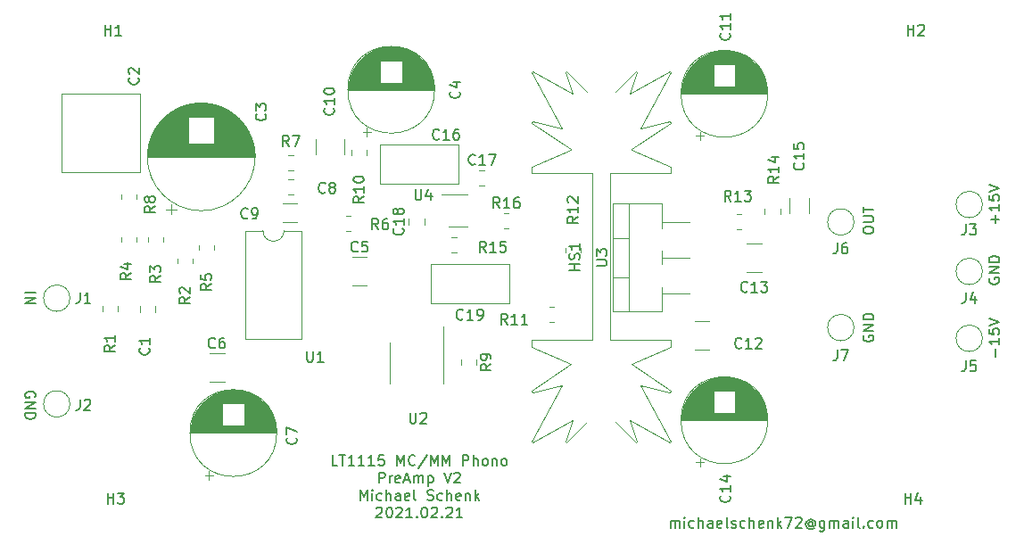
<source format=gbr>
G04 #@! TF.GenerationSoftware,KiCad,Pcbnew,(5.1.9-0-10_14)*
G04 #@! TF.CreationDate,2021-02-21T16:21:15+01:00*
G04 #@! TF.ProjectId,lt1115-phono-mm-mc,6c743131-3135-42d7-9068-6f6e6f2d6d6d,rev?*
G04 #@! TF.SameCoordinates,Original*
G04 #@! TF.FileFunction,Legend,Top*
G04 #@! TF.FilePolarity,Positive*
%FSLAX46Y46*%
G04 Gerber Fmt 4.6, Leading zero omitted, Abs format (unit mm)*
G04 Created by KiCad (PCBNEW (5.1.9-0-10_14)) date 2021-02-21 16:21:15*
%MOMM*%
%LPD*%
G01*
G04 APERTURE LIST*
%ADD10C,0.150000*%
%ADD11C,0.120000*%
G04 APERTURE END LIST*
D10*
X161377380Y-113014000D02*
X161377380Y-112823523D01*
X161425000Y-112728285D01*
X161520238Y-112633047D01*
X161710714Y-112585428D01*
X162044047Y-112585428D01*
X162234523Y-112633047D01*
X162329761Y-112728285D01*
X162377380Y-112823523D01*
X162377380Y-113014000D01*
X162329761Y-113109238D01*
X162234523Y-113204476D01*
X162044047Y-113252095D01*
X161710714Y-113252095D01*
X161520238Y-113204476D01*
X161425000Y-113109238D01*
X161377380Y-113014000D01*
X161377380Y-112156857D02*
X162186904Y-112156857D01*
X162282142Y-112109238D01*
X162329761Y-112061619D01*
X162377380Y-111966380D01*
X162377380Y-111775904D01*
X162329761Y-111680666D01*
X162282142Y-111633047D01*
X162186904Y-111585428D01*
X161377380Y-111585428D01*
X161377380Y-111252095D02*
X161377380Y-110680666D01*
X162377380Y-110966380D02*
X161377380Y-110966380D01*
X161425000Y-122935904D02*
X161377380Y-123031142D01*
X161377380Y-123174000D01*
X161425000Y-123316857D01*
X161520238Y-123412095D01*
X161615476Y-123459714D01*
X161805952Y-123507333D01*
X161948809Y-123507333D01*
X162139285Y-123459714D01*
X162234523Y-123412095D01*
X162329761Y-123316857D01*
X162377380Y-123174000D01*
X162377380Y-123078761D01*
X162329761Y-122935904D01*
X162282142Y-122888285D01*
X161948809Y-122888285D01*
X161948809Y-123078761D01*
X162377380Y-122459714D02*
X161377380Y-122459714D01*
X162377380Y-121888285D01*
X161377380Y-121888285D01*
X162377380Y-121412095D02*
X161377380Y-121412095D01*
X161377380Y-121174000D01*
X161425000Y-121031142D01*
X161520238Y-120935904D01*
X161615476Y-120888285D01*
X161805952Y-120840666D01*
X161948809Y-120840666D01*
X162139285Y-120888285D01*
X162234523Y-120935904D01*
X162329761Y-121031142D01*
X162377380Y-121174000D01*
X162377380Y-121412095D01*
X173363000Y-117474904D02*
X173315380Y-117570142D01*
X173315380Y-117713000D01*
X173363000Y-117855857D01*
X173458238Y-117951095D01*
X173553476Y-117998714D01*
X173743952Y-118046333D01*
X173886809Y-118046333D01*
X174077285Y-117998714D01*
X174172523Y-117951095D01*
X174267761Y-117855857D01*
X174315380Y-117713000D01*
X174315380Y-117617761D01*
X174267761Y-117474904D01*
X174220142Y-117427285D01*
X173886809Y-117427285D01*
X173886809Y-117617761D01*
X174315380Y-116998714D02*
X173315380Y-116998714D01*
X174315380Y-116427285D01*
X173315380Y-116427285D01*
X174315380Y-115951095D02*
X173315380Y-115951095D01*
X173315380Y-115713000D01*
X173363000Y-115570142D01*
X173458238Y-115474904D01*
X173553476Y-115427285D01*
X173743952Y-115379666D01*
X173886809Y-115379666D01*
X174077285Y-115427285D01*
X174172523Y-115474904D01*
X174267761Y-115570142D01*
X174315380Y-115713000D01*
X174315380Y-115951095D01*
X173934428Y-124951904D02*
X173934428Y-124190000D01*
X174315380Y-123190000D02*
X174315380Y-123761428D01*
X174315380Y-123475714D02*
X173315380Y-123475714D01*
X173458238Y-123570952D01*
X173553476Y-123666190D01*
X173601095Y-123761428D01*
X173315380Y-122285238D02*
X173315380Y-122761428D01*
X173791571Y-122809047D01*
X173743952Y-122761428D01*
X173696333Y-122666190D01*
X173696333Y-122428095D01*
X173743952Y-122332857D01*
X173791571Y-122285238D01*
X173886809Y-122237619D01*
X174124904Y-122237619D01*
X174220142Y-122285238D01*
X174267761Y-122332857D01*
X174315380Y-122428095D01*
X174315380Y-122666190D01*
X174267761Y-122761428D01*
X174220142Y-122809047D01*
X173315380Y-121951904D02*
X174315380Y-121618571D01*
X173315380Y-121285238D01*
X173934428Y-112251904D02*
X173934428Y-111490000D01*
X174315380Y-111870952D02*
X173553476Y-111870952D01*
X174315380Y-110490000D02*
X174315380Y-111061428D01*
X174315380Y-110775714D02*
X173315380Y-110775714D01*
X173458238Y-110870952D01*
X173553476Y-110966190D01*
X173601095Y-111061428D01*
X173315380Y-109585238D02*
X173315380Y-110061428D01*
X173791571Y-110109047D01*
X173743952Y-110061428D01*
X173696333Y-109966190D01*
X173696333Y-109728095D01*
X173743952Y-109632857D01*
X173791571Y-109585238D01*
X173886809Y-109537619D01*
X174124904Y-109537619D01*
X174220142Y-109585238D01*
X174267761Y-109632857D01*
X174315380Y-109728095D01*
X174315380Y-109966190D01*
X174267761Y-110061428D01*
X174220142Y-110109047D01*
X173315380Y-109251904D02*
X174315380Y-108918571D01*
X173315380Y-108585238D01*
X82796000Y-128778095D02*
X82843619Y-128682857D01*
X82843619Y-128540000D01*
X82796000Y-128397142D01*
X82700761Y-128301904D01*
X82605523Y-128254285D01*
X82415047Y-128206666D01*
X82272190Y-128206666D01*
X82081714Y-128254285D01*
X81986476Y-128301904D01*
X81891238Y-128397142D01*
X81843619Y-128540000D01*
X81843619Y-128635238D01*
X81891238Y-128778095D01*
X81938857Y-128825714D01*
X82272190Y-128825714D01*
X82272190Y-128635238D01*
X81843619Y-129254285D02*
X82843619Y-129254285D01*
X81843619Y-129825714D01*
X82843619Y-129825714D01*
X81843619Y-130301904D02*
X82843619Y-130301904D01*
X82843619Y-130540000D01*
X82796000Y-130682857D01*
X82700761Y-130778095D01*
X82605523Y-130825714D01*
X82415047Y-130873333D01*
X82272190Y-130873333D01*
X82081714Y-130825714D01*
X81986476Y-130778095D01*
X81891238Y-130682857D01*
X81843619Y-130540000D01*
X81843619Y-130301904D01*
X81843619Y-118856190D02*
X82843619Y-118856190D01*
X81843619Y-119332380D02*
X82843619Y-119332380D01*
X81843619Y-119903809D01*
X82843619Y-119903809D01*
X111467285Y-135264380D02*
X110991095Y-135264380D01*
X110991095Y-134264380D01*
X111657761Y-134264380D02*
X112229190Y-134264380D01*
X111943476Y-135264380D02*
X111943476Y-134264380D01*
X113086333Y-135264380D02*
X112514904Y-135264380D01*
X112800619Y-135264380D02*
X112800619Y-134264380D01*
X112705380Y-134407238D01*
X112610142Y-134502476D01*
X112514904Y-134550095D01*
X114038714Y-135264380D02*
X113467285Y-135264380D01*
X113753000Y-135264380D02*
X113753000Y-134264380D01*
X113657761Y-134407238D01*
X113562523Y-134502476D01*
X113467285Y-134550095D01*
X114991095Y-135264380D02*
X114419666Y-135264380D01*
X114705380Y-135264380D02*
X114705380Y-134264380D01*
X114610142Y-134407238D01*
X114514904Y-134502476D01*
X114419666Y-134550095D01*
X115895857Y-134264380D02*
X115419666Y-134264380D01*
X115372047Y-134740571D01*
X115419666Y-134692952D01*
X115514904Y-134645333D01*
X115753000Y-134645333D01*
X115848238Y-134692952D01*
X115895857Y-134740571D01*
X115943476Y-134835809D01*
X115943476Y-135073904D01*
X115895857Y-135169142D01*
X115848238Y-135216761D01*
X115753000Y-135264380D01*
X115514904Y-135264380D01*
X115419666Y-135216761D01*
X115372047Y-135169142D01*
X117133952Y-135264380D02*
X117133952Y-134264380D01*
X117467285Y-134978666D01*
X117800619Y-134264380D01*
X117800619Y-135264380D01*
X118848238Y-135169142D02*
X118800619Y-135216761D01*
X118657761Y-135264380D01*
X118562523Y-135264380D01*
X118419666Y-135216761D01*
X118324428Y-135121523D01*
X118276809Y-135026285D01*
X118229190Y-134835809D01*
X118229190Y-134692952D01*
X118276809Y-134502476D01*
X118324428Y-134407238D01*
X118419666Y-134312000D01*
X118562523Y-134264380D01*
X118657761Y-134264380D01*
X118800619Y-134312000D01*
X118848238Y-134359619D01*
X119991095Y-134216761D02*
X119133952Y-135502476D01*
X120324428Y-135264380D02*
X120324428Y-134264380D01*
X120657761Y-134978666D01*
X120991095Y-134264380D01*
X120991095Y-135264380D01*
X121467285Y-135264380D02*
X121467285Y-134264380D01*
X121800619Y-134978666D01*
X122133952Y-134264380D01*
X122133952Y-135264380D01*
X123372047Y-135264380D02*
X123372047Y-134264380D01*
X123753000Y-134264380D01*
X123848238Y-134312000D01*
X123895857Y-134359619D01*
X123943476Y-134454857D01*
X123943476Y-134597714D01*
X123895857Y-134692952D01*
X123848238Y-134740571D01*
X123753000Y-134788190D01*
X123372047Y-134788190D01*
X124372047Y-135264380D02*
X124372047Y-134264380D01*
X124800619Y-135264380D02*
X124800619Y-134740571D01*
X124753000Y-134645333D01*
X124657761Y-134597714D01*
X124514904Y-134597714D01*
X124419666Y-134645333D01*
X124372047Y-134692952D01*
X125419666Y-135264380D02*
X125324428Y-135216761D01*
X125276809Y-135169142D01*
X125229190Y-135073904D01*
X125229190Y-134788190D01*
X125276809Y-134692952D01*
X125324428Y-134645333D01*
X125419666Y-134597714D01*
X125562523Y-134597714D01*
X125657761Y-134645333D01*
X125705380Y-134692952D01*
X125753000Y-134788190D01*
X125753000Y-135073904D01*
X125705380Y-135169142D01*
X125657761Y-135216761D01*
X125562523Y-135264380D01*
X125419666Y-135264380D01*
X126181571Y-134597714D02*
X126181571Y-135264380D01*
X126181571Y-134692952D02*
X126229190Y-134645333D01*
X126324428Y-134597714D01*
X126467285Y-134597714D01*
X126562523Y-134645333D01*
X126610142Y-134740571D01*
X126610142Y-135264380D01*
X127229190Y-135264380D02*
X127133952Y-135216761D01*
X127086333Y-135169142D01*
X127038714Y-135073904D01*
X127038714Y-134788190D01*
X127086333Y-134692952D01*
X127133952Y-134645333D01*
X127229190Y-134597714D01*
X127372047Y-134597714D01*
X127467285Y-134645333D01*
X127514904Y-134692952D01*
X127562523Y-134788190D01*
X127562523Y-135073904D01*
X127514904Y-135169142D01*
X127467285Y-135216761D01*
X127372047Y-135264380D01*
X127229190Y-135264380D01*
X115419666Y-136914380D02*
X115419666Y-135914380D01*
X115800619Y-135914380D01*
X115895857Y-135962000D01*
X115943476Y-136009619D01*
X115991095Y-136104857D01*
X115991095Y-136247714D01*
X115943476Y-136342952D01*
X115895857Y-136390571D01*
X115800619Y-136438190D01*
X115419666Y-136438190D01*
X116419666Y-136914380D02*
X116419666Y-136247714D01*
X116419666Y-136438190D02*
X116467285Y-136342952D01*
X116514904Y-136295333D01*
X116610142Y-136247714D01*
X116705380Y-136247714D01*
X117419666Y-136866761D02*
X117324428Y-136914380D01*
X117133952Y-136914380D01*
X117038714Y-136866761D01*
X116991095Y-136771523D01*
X116991095Y-136390571D01*
X117038714Y-136295333D01*
X117133952Y-136247714D01*
X117324428Y-136247714D01*
X117419666Y-136295333D01*
X117467285Y-136390571D01*
X117467285Y-136485809D01*
X116991095Y-136581047D01*
X117848238Y-136628666D02*
X118324428Y-136628666D01*
X117753000Y-136914380D02*
X118086333Y-135914380D01*
X118419666Y-136914380D01*
X118753000Y-136914380D02*
X118753000Y-136247714D01*
X118753000Y-136342952D02*
X118800619Y-136295333D01*
X118895857Y-136247714D01*
X119038714Y-136247714D01*
X119133952Y-136295333D01*
X119181571Y-136390571D01*
X119181571Y-136914380D01*
X119181571Y-136390571D02*
X119229190Y-136295333D01*
X119324428Y-136247714D01*
X119467285Y-136247714D01*
X119562523Y-136295333D01*
X119610142Y-136390571D01*
X119610142Y-136914380D01*
X120086333Y-136247714D02*
X120086333Y-137247714D01*
X120086333Y-136295333D02*
X120181571Y-136247714D01*
X120372047Y-136247714D01*
X120467285Y-136295333D01*
X120514904Y-136342952D01*
X120562523Y-136438190D01*
X120562523Y-136723904D01*
X120514904Y-136819142D01*
X120467285Y-136866761D01*
X120372047Y-136914380D01*
X120181571Y-136914380D01*
X120086333Y-136866761D01*
X121610142Y-135914380D02*
X121943476Y-136914380D01*
X122276809Y-135914380D01*
X122562523Y-136009619D02*
X122610142Y-135962000D01*
X122705380Y-135914380D01*
X122943476Y-135914380D01*
X123038714Y-135962000D01*
X123086333Y-136009619D01*
X123133952Y-136104857D01*
X123133952Y-136200095D01*
X123086333Y-136342952D01*
X122514904Y-136914380D01*
X123133952Y-136914380D01*
X113633952Y-138564380D02*
X113633952Y-137564380D01*
X113967285Y-138278666D01*
X114300619Y-137564380D01*
X114300619Y-138564380D01*
X114776809Y-138564380D02*
X114776809Y-137897714D01*
X114776809Y-137564380D02*
X114729190Y-137612000D01*
X114776809Y-137659619D01*
X114824428Y-137612000D01*
X114776809Y-137564380D01*
X114776809Y-137659619D01*
X115681571Y-138516761D02*
X115586333Y-138564380D01*
X115395857Y-138564380D01*
X115300619Y-138516761D01*
X115253000Y-138469142D01*
X115205380Y-138373904D01*
X115205380Y-138088190D01*
X115253000Y-137992952D01*
X115300619Y-137945333D01*
X115395857Y-137897714D01*
X115586333Y-137897714D01*
X115681571Y-137945333D01*
X116110142Y-138564380D02*
X116110142Y-137564380D01*
X116538714Y-138564380D02*
X116538714Y-138040571D01*
X116491095Y-137945333D01*
X116395857Y-137897714D01*
X116253000Y-137897714D01*
X116157761Y-137945333D01*
X116110142Y-137992952D01*
X117443476Y-138564380D02*
X117443476Y-138040571D01*
X117395857Y-137945333D01*
X117300619Y-137897714D01*
X117110142Y-137897714D01*
X117014904Y-137945333D01*
X117443476Y-138516761D02*
X117348238Y-138564380D01*
X117110142Y-138564380D01*
X117014904Y-138516761D01*
X116967285Y-138421523D01*
X116967285Y-138326285D01*
X117014904Y-138231047D01*
X117110142Y-138183428D01*
X117348238Y-138183428D01*
X117443476Y-138135809D01*
X118300619Y-138516761D02*
X118205380Y-138564380D01*
X118014904Y-138564380D01*
X117919666Y-138516761D01*
X117872047Y-138421523D01*
X117872047Y-138040571D01*
X117919666Y-137945333D01*
X118014904Y-137897714D01*
X118205380Y-137897714D01*
X118300619Y-137945333D01*
X118348238Y-138040571D01*
X118348238Y-138135809D01*
X117872047Y-138231047D01*
X118919666Y-138564380D02*
X118824428Y-138516761D01*
X118776809Y-138421523D01*
X118776809Y-137564380D01*
X120014904Y-138516761D02*
X120157761Y-138564380D01*
X120395857Y-138564380D01*
X120491095Y-138516761D01*
X120538714Y-138469142D01*
X120586333Y-138373904D01*
X120586333Y-138278666D01*
X120538714Y-138183428D01*
X120491095Y-138135809D01*
X120395857Y-138088190D01*
X120205380Y-138040571D01*
X120110142Y-137992952D01*
X120062523Y-137945333D01*
X120014904Y-137850095D01*
X120014904Y-137754857D01*
X120062523Y-137659619D01*
X120110142Y-137612000D01*
X120205380Y-137564380D01*
X120443476Y-137564380D01*
X120586333Y-137612000D01*
X121443476Y-138516761D02*
X121348238Y-138564380D01*
X121157761Y-138564380D01*
X121062523Y-138516761D01*
X121014904Y-138469142D01*
X120967285Y-138373904D01*
X120967285Y-138088190D01*
X121014904Y-137992952D01*
X121062523Y-137945333D01*
X121157761Y-137897714D01*
X121348238Y-137897714D01*
X121443476Y-137945333D01*
X121872047Y-138564380D02*
X121872047Y-137564380D01*
X122300619Y-138564380D02*
X122300619Y-138040571D01*
X122253000Y-137945333D01*
X122157761Y-137897714D01*
X122014904Y-137897714D01*
X121919666Y-137945333D01*
X121872047Y-137992952D01*
X123157761Y-138516761D02*
X123062523Y-138564380D01*
X122872047Y-138564380D01*
X122776809Y-138516761D01*
X122729190Y-138421523D01*
X122729190Y-138040571D01*
X122776809Y-137945333D01*
X122872047Y-137897714D01*
X123062523Y-137897714D01*
X123157761Y-137945333D01*
X123205380Y-138040571D01*
X123205380Y-138135809D01*
X122729190Y-138231047D01*
X123633952Y-137897714D02*
X123633952Y-138564380D01*
X123633952Y-137992952D02*
X123681571Y-137945333D01*
X123776809Y-137897714D01*
X123919666Y-137897714D01*
X124014904Y-137945333D01*
X124062523Y-138040571D01*
X124062523Y-138564380D01*
X124538714Y-138564380D02*
X124538714Y-137564380D01*
X124633952Y-138183428D02*
X124919666Y-138564380D01*
X124919666Y-137897714D02*
X124538714Y-138278666D01*
X115157761Y-139309619D02*
X115205380Y-139262000D01*
X115300619Y-139214380D01*
X115538714Y-139214380D01*
X115633952Y-139262000D01*
X115681571Y-139309619D01*
X115729190Y-139404857D01*
X115729190Y-139500095D01*
X115681571Y-139642952D01*
X115110142Y-140214380D01*
X115729190Y-140214380D01*
X116348238Y-139214380D02*
X116443476Y-139214380D01*
X116538714Y-139262000D01*
X116586333Y-139309619D01*
X116633952Y-139404857D01*
X116681571Y-139595333D01*
X116681571Y-139833428D01*
X116633952Y-140023904D01*
X116586333Y-140119142D01*
X116538714Y-140166761D01*
X116443476Y-140214380D01*
X116348238Y-140214380D01*
X116253000Y-140166761D01*
X116205380Y-140119142D01*
X116157761Y-140023904D01*
X116110142Y-139833428D01*
X116110142Y-139595333D01*
X116157761Y-139404857D01*
X116205380Y-139309619D01*
X116253000Y-139262000D01*
X116348238Y-139214380D01*
X117062523Y-139309619D02*
X117110142Y-139262000D01*
X117205380Y-139214380D01*
X117443476Y-139214380D01*
X117538714Y-139262000D01*
X117586333Y-139309619D01*
X117633952Y-139404857D01*
X117633952Y-139500095D01*
X117586333Y-139642952D01*
X117014904Y-140214380D01*
X117633952Y-140214380D01*
X118586333Y-140214380D02*
X118014904Y-140214380D01*
X118300619Y-140214380D02*
X118300619Y-139214380D01*
X118205380Y-139357238D01*
X118110142Y-139452476D01*
X118014904Y-139500095D01*
X119014904Y-140119142D02*
X119062523Y-140166761D01*
X119014904Y-140214380D01*
X118967285Y-140166761D01*
X119014904Y-140119142D01*
X119014904Y-140214380D01*
X119681571Y-139214380D02*
X119776809Y-139214380D01*
X119872047Y-139262000D01*
X119919666Y-139309619D01*
X119967285Y-139404857D01*
X120014904Y-139595333D01*
X120014904Y-139833428D01*
X119967285Y-140023904D01*
X119919666Y-140119142D01*
X119872047Y-140166761D01*
X119776809Y-140214380D01*
X119681571Y-140214380D01*
X119586333Y-140166761D01*
X119538714Y-140119142D01*
X119491095Y-140023904D01*
X119443476Y-139833428D01*
X119443476Y-139595333D01*
X119491095Y-139404857D01*
X119538714Y-139309619D01*
X119586333Y-139262000D01*
X119681571Y-139214380D01*
X120395857Y-139309619D02*
X120443476Y-139262000D01*
X120538714Y-139214380D01*
X120776809Y-139214380D01*
X120872047Y-139262000D01*
X120919666Y-139309619D01*
X120967285Y-139404857D01*
X120967285Y-139500095D01*
X120919666Y-139642952D01*
X120348238Y-140214380D01*
X120967285Y-140214380D01*
X121395857Y-140119142D02*
X121443476Y-140166761D01*
X121395857Y-140214380D01*
X121348238Y-140166761D01*
X121395857Y-140119142D01*
X121395857Y-140214380D01*
X121824428Y-139309619D02*
X121872047Y-139262000D01*
X121967285Y-139214380D01*
X122205380Y-139214380D01*
X122300619Y-139262000D01*
X122348238Y-139309619D01*
X122395857Y-139404857D01*
X122395857Y-139500095D01*
X122348238Y-139642952D01*
X121776809Y-140214380D01*
X122395857Y-140214380D01*
X123348238Y-140214380D02*
X122776809Y-140214380D01*
X123062523Y-140214380D02*
X123062523Y-139214380D01*
X122967285Y-139357238D01*
X122872047Y-139452476D01*
X122776809Y-139500095D01*
X143082714Y-141168380D02*
X143082714Y-140501714D01*
X143082714Y-140596952D02*
X143130333Y-140549333D01*
X143225571Y-140501714D01*
X143368428Y-140501714D01*
X143463666Y-140549333D01*
X143511285Y-140644571D01*
X143511285Y-141168380D01*
X143511285Y-140644571D02*
X143558904Y-140549333D01*
X143654142Y-140501714D01*
X143797000Y-140501714D01*
X143892238Y-140549333D01*
X143939857Y-140644571D01*
X143939857Y-141168380D01*
X144416047Y-141168380D02*
X144416047Y-140501714D01*
X144416047Y-140168380D02*
X144368428Y-140216000D01*
X144416047Y-140263619D01*
X144463666Y-140216000D01*
X144416047Y-140168380D01*
X144416047Y-140263619D01*
X145320809Y-141120761D02*
X145225571Y-141168380D01*
X145035095Y-141168380D01*
X144939857Y-141120761D01*
X144892238Y-141073142D01*
X144844619Y-140977904D01*
X144844619Y-140692190D01*
X144892238Y-140596952D01*
X144939857Y-140549333D01*
X145035095Y-140501714D01*
X145225571Y-140501714D01*
X145320809Y-140549333D01*
X145749380Y-141168380D02*
X145749380Y-140168380D01*
X146177952Y-141168380D02*
X146177952Y-140644571D01*
X146130333Y-140549333D01*
X146035095Y-140501714D01*
X145892238Y-140501714D01*
X145797000Y-140549333D01*
X145749380Y-140596952D01*
X147082714Y-141168380D02*
X147082714Y-140644571D01*
X147035095Y-140549333D01*
X146939857Y-140501714D01*
X146749380Y-140501714D01*
X146654142Y-140549333D01*
X147082714Y-141120761D02*
X146987476Y-141168380D01*
X146749380Y-141168380D01*
X146654142Y-141120761D01*
X146606523Y-141025523D01*
X146606523Y-140930285D01*
X146654142Y-140835047D01*
X146749380Y-140787428D01*
X146987476Y-140787428D01*
X147082714Y-140739809D01*
X147939857Y-141120761D02*
X147844619Y-141168380D01*
X147654142Y-141168380D01*
X147558904Y-141120761D01*
X147511285Y-141025523D01*
X147511285Y-140644571D01*
X147558904Y-140549333D01*
X147654142Y-140501714D01*
X147844619Y-140501714D01*
X147939857Y-140549333D01*
X147987476Y-140644571D01*
X147987476Y-140739809D01*
X147511285Y-140835047D01*
X148558904Y-141168380D02*
X148463666Y-141120761D01*
X148416047Y-141025523D01*
X148416047Y-140168380D01*
X148892238Y-141120761D02*
X148987476Y-141168380D01*
X149177952Y-141168380D01*
X149273190Y-141120761D01*
X149320809Y-141025523D01*
X149320809Y-140977904D01*
X149273190Y-140882666D01*
X149177952Y-140835047D01*
X149035095Y-140835047D01*
X148939857Y-140787428D01*
X148892238Y-140692190D01*
X148892238Y-140644571D01*
X148939857Y-140549333D01*
X149035095Y-140501714D01*
X149177952Y-140501714D01*
X149273190Y-140549333D01*
X150177952Y-141120761D02*
X150082714Y-141168380D01*
X149892238Y-141168380D01*
X149797000Y-141120761D01*
X149749380Y-141073142D01*
X149701761Y-140977904D01*
X149701761Y-140692190D01*
X149749380Y-140596952D01*
X149797000Y-140549333D01*
X149892238Y-140501714D01*
X150082714Y-140501714D01*
X150177952Y-140549333D01*
X150606523Y-141168380D02*
X150606523Y-140168380D01*
X151035095Y-141168380D02*
X151035095Y-140644571D01*
X150987476Y-140549333D01*
X150892238Y-140501714D01*
X150749380Y-140501714D01*
X150654142Y-140549333D01*
X150606523Y-140596952D01*
X151892238Y-141120761D02*
X151797000Y-141168380D01*
X151606523Y-141168380D01*
X151511285Y-141120761D01*
X151463666Y-141025523D01*
X151463666Y-140644571D01*
X151511285Y-140549333D01*
X151606523Y-140501714D01*
X151797000Y-140501714D01*
X151892238Y-140549333D01*
X151939857Y-140644571D01*
X151939857Y-140739809D01*
X151463666Y-140835047D01*
X152368428Y-140501714D02*
X152368428Y-141168380D01*
X152368428Y-140596952D02*
X152416047Y-140549333D01*
X152511285Y-140501714D01*
X152654142Y-140501714D01*
X152749380Y-140549333D01*
X152797000Y-140644571D01*
X152797000Y-141168380D01*
X153273190Y-141168380D02*
X153273190Y-140168380D01*
X153368428Y-140787428D02*
X153654142Y-141168380D01*
X153654142Y-140501714D02*
X153273190Y-140882666D01*
X153987476Y-140168380D02*
X154654142Y-140168380D01*
X154225571Y-141168380D01*
X154987476Y-140263619D02*
X155035095Y-140216000D01*
X155130333Y-140168380D01*
X155368428Y-140168380D01*
X155463666Y-140216000D01*
X155511285Y-140263619D01*
X155558904Y-140358857D01*
X155558904Y-140454095D01*
X155511285Y-140596952D01*
X154939857Y-141168380D01*
X155558904Y-141168380D01*
X156606523Y-140692190D02*
X156558904Y-140644571D01*
X156463666Y-140596952D01*
X156368428Y-140596952D01*
X156273190Y-140644571D01*
X156225571Y-140692190D01*
X156177952Y-140787428D01*
X156177952Y-140882666D01*
X156225571Y-140977904D01*
X156273190Y-141025523D01*
X156368428Y-141073142D01*
X156463666Y-141073142D01*
X156558904Y-141025523D01*
X156606523Y-140977904D01*
X156606523Y-140596952D02*
X156606523Y-140977904D01*
X156654142Y-141025523D01*
X156701761Y-141025523D01*
X156797000Y-140977904D01*
X156844619Y-140882666D01*
X156844619Y-140644571D01*
X156749380Y-140501714D01*
X156606523Y-140406476D01*
X156416047Y-140358857D01*
X156225571Y-140406476D01*
X156082714Y-140501714D01*
X155987476Y-140644571D01*
X155939857Y-140835047D01*
X155987476Y-141025523D01*
X156082714Y-141168380D01*
X156225571Y-141263619D01*
X156416047Y-141311238D01*
X156606523Y-141263619D01*
X156749380Y-141168380D01*
X157701761Y-140501714D02*
X157701761Y-141311238D01*
X157654142Y-141406476D01*
X157606523Y-141454095D01*
X157511285Y-141501714D01*
X157368428Y-141501714D01*
X157273190Y-141454095D01*
X157701761Y-141120761D02*
X157606523Y-141168380D01*
X157416047Y-141168380D01*
X157320809Y-141120761D01*
X157273190Y-141073142D01*
X157225571Y-140977904D01*
X157225571Y-140692190D01*
X157273190Y-140596952D01*
X157320809Y-140549333D01*
X157416047Y-140501714D01*
X157606523Y-140501714D01*
X157701761Y-140549333D01*
X158177952Y-141168380D02*
X158177952Y-140501714D01*
X158177952Y-140596952D02*
X158225571Y-140549333D01*
X158320809Y-140501714D01*
X158463666Y-140501714D01*
X158558904Y-140549333D01*
X158606523Y-140644571D01*
X158606523Y-141168380D01*
X158606523Y-140644571D02*
X158654142Y-140549333D01*
X158749380Y-140501714D01*
X158892238Y-140501714D01*
X158987476Y-140549333D01*
X159035095Y-140644571D01*
X159035095Y-141168380D01*
X159939857Y-141168380D02*
X159939857Y-140644571D01*
X159892238Y-140549333D01*
X159797000Y-140501714D01*
X159606523Y-140501714D01*
X159511285Y-140549333D01*
X159939857Y-141120761D02*
X159844619Y-141168380D01*
X159606523Y-141168380D01*
X159511285Y-141120761D01*
X159463666Y-141025523D01*
X159463666Y-140930285D01*
X159511285Y-140835047D01*
X159606523Y-140787428D01*
X159844619Y-140787428D01*
X159939857Y-140739809D01*
X160416047Y-141168380D02*
X160416047Y-140501714D01*
X160416047Y-140168380D02*
X160368428Y-140216000D01*
X160416047Y-140263619D01*
X160463666Y-140216000D01*
X160416047Y-140168380D01*
X160416047Y-140263619D01*
X161035095Y-141168380D02*
X160939857Y-141120761D01*
X160892238Y-141025523D01*
X160892238Y-140168380D01*
X161416047Y-141073142D02*
X161463666Y-141120761D01*
X161416047Y-141168380D01*
X161368428Y-141120761D01*
X161416047Y-141073142D01*
X161416047Y-141168380D01*
X162320809Y-141120761D02*
X162225571Y-141168380D01*
X162035095Y-141168380D01*
X161939857Y-141120761D01*
X161892238Y-141073142D01*
X161844619Y-140977904D01*
X161844619Y-140692190D01*
X161892238Y-140596952D01*
X161939857Y-140549333D01*
X162035095Y-140501714D01*
X162225571Y-140501714D01*
X162320809Y-140549333D01*
X162892238Y-141168380D02*
X162797000Y-141120761D01*
X162749380Y-141073142D01*
X162701761Y-140977904D01*
X162701761Y-140692190D01*
X162749380Y-140596952D01*
X162797000Y-140549333D01*
X162892238Y-140501714D01*
X163035095Y-140501714D01*
X163130333Y-140549333D01*
X163177952Y-140596952D01*
X163225571Y-140692190D01*
X163225571Y-140977904D01*
X163177952Y-141073142D01*
X163130333Y-141120761D01*
X163035095Y-141168380D01*
X162892238Y-141168380D01*
X163654142Y-141168380D02*
X163654142Y-140501714D01*
X163654142Y-140596952D02*
X163701761Y-140549333D01*
X163797000Y-140501714D01*
X163939857Y-140501714D01*
X164035095Y-140549333D01*
X164082714Y-140644571D01*
X164082714Y-141168380D01*
X164082714Y-140644571D02*
X164130333Y-140549333D01*
X164225571Y-140501714D01*
X164368428Y-140501714D01*
X164463666Y-140549333D01*
X164511285Y-140644571D01*
X164511285Y-141168380D01*
D11*
X122016000Y-112624000D02*
X123776000Y-112624000D01*
X123776000Y-109554000D02*
X121346000Y-109554000D01*
X137603000Y-120656500D02*
X137603000Y-110415500D01*
X142244000Y-120656500D02*
X142244000Y-118300500D01*
X142244000Y-116170500D02*
X142244000Y-114900500D01*
X142244000Y-112770500D02*
X142244000Y-110415500D01*
X137603000Y-120656500D02*
X142244000Y-120656500D01*
X137603000Y-110415500D02*
X142244000Y-110415500D01*
X139112000Y-120656500D02*
X139112000Y-110415500D01*
X137603000Y-117385500D02*
X139112000Y-117385500D01*
X137603000Y-113685500D02*
X139112000Y-113685500D01*
X142244000Y-118935500D02*
X144874000Y-118935500D01*
X142244000Y-115535500D02*
X144858000Y-115535500D01*
X142244000Y-112135500D02*
X144858000Y-112135500D01*
X116439000Y-125541000D02*
X116439000Y-127491000D01*
X116439000Y-125541000D02*
X116439000Y-123591000D01*
X121559000Y-125541000D02*
X121559000Y-127491000D01*
X121559000Y-125541000D02*
X121559000Y-122091000D01*
X104410000Y-112970000D02*
X102760000Y-112970000D01*
X102760000Y-112970000D02*
X102760000Y-123250000D01*
X102760000Y-123250000D02*
X108060000Y-123250000D01*
X108060000Y-123250000D02*
X108060000Y-112970000D01*
X108060000Y-112970000D02*
X106410000Y-112970000D01*
X106410000Y-112970000D02*
G75*
G02*
X104410000Y-112970000I-1000000J0D01*
G01*
X127296936Y-111279000D02*
X127751064Y-111279000D01*
X127296936Y-112749000D02*
X127751064Y-112749000D01*
X122311936Y-113565000D02*
X122766064Y-113565000D01*
X122311936Y-115035000D02*
X122766064Y-115035000D01*
X152046000Y-111368064D02*
X152046000Y-110913936D01*
X153516000Y-111368064D02*
X153516000Y-110913936D01*
X149817064Y-112876000D02*
X149362936Y-112876000D01*
X149817064Y-111406000D02*
X149362936Y-111406000D01*
X133123000Y-115051064D02*
X133123000Y-114596936D01*
X134593000Y-115051064D02*
X134593000Y-114596936D01*
X132069064Y-121639000D02*
X131614936Y-121639000D01*
X132069064Y-120169000D02*
X131614936Y-120169000D01*
X114273000Y-105325936D02*
X114273000Y-105780064D01*
X112803000Y-105325936D02*
X112803000Y-105780064D01*
X124687000Y-125232936D02*
X124687000Y-125687064D01*
X123217000Y-125232936D02*
X123217000Y-125687064D01*
X92429000Y-109516936D02*
X92429000Y-109971064D01*
X90959000Y-109516936D02*
X90959000Y-109971064D01*
X107272064Y-107288000D02*
X106817936Y-107288000D01*
X107272064Y-105818000D02*
X106817936Y-105818000D01*
X112733064Y-113003000D02*
X112278936Y-113003000D01*
X112733064Y-111533000D02*
X112278936Y-111533000D01*
X99795000Y-114342936D02*
X99795000Y-114797064D01*
X98325000Y-114342936D02*
X98325000Y-114797064D01*
X90959000Y-114035064D02*
X90959000Y-113580936D01*
X92429000Y-114035064D02*
X92429000Y-113580936D01*
X93499000Y-114035064D02*
X93499000Y-113580936D01*
X94969000Y-114035064D02*
X94969000Y-113580936D01*
X96293000Y-116067064D02*
X96293000Y-115612936D01*
X97763000Y-116067064D02*
X97763000Y-115612936D01*
X90651000Y-120152936D02*
X90651000Y-120607064D01*
X89181000Y-120152936D02*
X89181000Y-120607064D01*
X160509000Y-122174000D02*
G75*
G03*
X160509000Y-122174000I-1251000J0D01*
G01*
X160509000Y-112141000D02*
G75*
G03*
X160509000Y-112141000I-1251000J0D01*
G01*
X172701000Y-123190000D02*
G75*
G03*
X172701000Y-123190000I-1251000J0D01*
G01*
X172701000Y-116840000D02*
G75*
G03*
X172701000Y-116840000I-1251000J0D01*
G01*
X172701000Y-110490000D02*
G75*
G03*
X172701000Y-110490000I-1251000J0D01*
G01*
X86087000Y-129413000D02*
G75*
G03*
X86087000Y-129413000I-1251000J0D01*
G01*
X86087000Y-119380000D02*
G75*
G03*
X86087000Y-119380000I-1251000J0D01*
G01*
X139795000Y-97823000D02*
X137905000Y-99783000D01*
X139945000Y-97913000D02*
X139795000Y-97823000D01*
X139265000Y-99963000D02*
X139945000Y-97913000D01*
X143035000Y-97813000D02*
X139265000Y-99963000D01*
X143155000Y-97933000D02*
X143035000Y-97813000D01*
X140275000Y-103233000D02*
X143155000Y-97933000D01*
X143075000Y-102573000D02*
X140275000Y-103233000D01*
X143135000Y-102753000D02*
X143075000Y-102573000D01*
X139415000Y-105253000D02*
X143135000Y-102753000D01*
X143125000Y-106873000D02*
X139415000Y-105263000D01*
X143125000Y-107543000D02*
X143125000Y-106873000D01*
X137375000Y-107543000D02*
X143125000Y-107543000D01*
X137375000Y-115443000D02*
X137375000Y-107543000D01*
X129925000Y-107543000D02*
X129925000Y-106873000D01*
X135675000Y-107543000D02*
X129925000Y-107543000D01*
X135675000Y-115443000D02*
X135675000Y-107543000D01*
X129925000Y-106873000D02*
X133635000Y-105263000D01*
X133105000Y-97913000D02*
X133255000Y-97823000D01*
X129895000Y-97933000D02*
X130015000Y-97813000D01*
X130015000Y-97813000D02*
X133785000Y-99963000D01*
X133785000Y-99963000D02*
X133105000Y-97913000D01*
X133255000Y-97823000D02*
X135145000Y-99783000D01*
X132775000Y-103233000D02*
X129895000Y-97933000D01*
X133635000Y-105253000D02*
X129915000Y-102753000D01*
X129915000Y-102753000D02*
X129975000Y-102573000D01*
X129975000Y-102573000D02*
X132775000Y-103233000D01*
X137375000Y-115443000D02*
X137375000Y-123343000D01*
X143125000Y-124013000D02*
X139415000Y-125623000D01*
X143125000Y-123343000D02*
X143125000Y-124013000D01*
X137375000Y-123343000D02*
X143125000Y-123343000D01*
X135675000Y-115443000D02*
X135675000Y-123343000D01*
X133785000Y-130923000D02*
X133105000Y-132973000D01*
X129895000Y-132953000D02*
X130015000Y-133073000D01*
X133105000Y-132973000D02*
X133255000Y-133063000D01*
X130015000Y-133073000D02*
X133785000Y-130923000D01*
X133255000Y-133063000D02*
X135145000Y-131103000D01*
X133635000Y-125633000D02*
X129915000Y-128133000D01*
X129975000Y-128313000D02*
X132775000Y-127653000D01*
X129915000Y-128133000D02*
X129975000Y-128313000D01*
X132775000Y-127653000D02*
X129895000Y-132953000D01*
X129925000Y-123343000D02*
X129925000Y-124013000D01*
X135675000Y-123343000D02*
X129925000Y-123343000D01*
X129925000Y-124013000D02*
X133635000Y-125623000D01*
X143155000Y-132953000D02*
X143035000Y-133073000D01*
X139795000Y-133063000D02*
X137905000Y-131103000D01*
X139265000Y-130923000D02*
X139945000Y-132973000D01*
X139945000Y-132973000D02*
X139795000Y-133063000D01*
X143035000Y-133073000D02*
X139265000Y-130923000D01*
X140275000Y-127653000D02*
X143155000Y-132953000D01*
X143075000Y-128313000D02*
X140275000Y-127653000D01*
X143135000Y-128133000D02*
X143075000Y-128313000D01*
X139415000Y-125633000D02*
X143135000Y-128133000D01*
X127759000Y-119853000D02*
X120319000Y-119853000D01*
X127759000Y-116113000D02*
X120319000Y-116113000D01*
X127759000Y-119853000D02*
X127759000Y-116113000D01*
X120319000Y-119853000D02*
X120319000Y-116113000D01*
X118264000Y-112380752D02*
X118264000Y-111858248D01*
X119734000Y-112380752D02*
X119734000Y-111858248D01*
X124939248Y-107215000D02*
X125461752Y-107215000D01*
X124939248Y-108685000D02*
X125461752Y-108685000D01*
X115493000Y-104810000D02*
X122933000Y-104810000D01*
X115493000Y-108550000D02*
X122933000Y-108550000D01*
X115493000Y-104810000D02*
X115493000Y-108550000D01*
X122933000Y-104810000D02*
X122933000Y-108550000D01*
X154411000Y-111289752D02*
X154411000Y-109867248D01*
X156231000Y-111289752D02*
X156231000Y-109867248D01*
X152329000Y-130965000D02*
G75*
G03*
X152329000Y-130965000I-4120000J0D01*
G01*
X144129000Y-130965000D02*
X152289000Y-130965000D01*
X144129000Y-130925000D02*
X152289000Y-130925000D01*
X144129000Y-130885000D02*
X152289000Y-130885000D01*
X144130000Y-130845000D02*
X152288000Y-130845000D01*
X144132000Y-130805000D02*
X152286000Y-130805000D01*
X144133000Y-130765000D02*
X152285000Y-130765000D01*
X144135000Y-130725000D02*
X152283000Y-130725000D01*
X144138000Y-130685000D02*
X152280000Y-130685000D01*
X144141000Y-130645000D02*
X152277000Y-130645000D01*
X144144000Y-130605000D02*
X152274000Y-130605000D01*
X144148000Y-130565000D02*
X152270000Y-130565000D01*
X144152000Y-130525000D02*
X152266000Y-130525000D01*
X144157000Y-130485000D02*
X152261000Y-130485000D01*
X144161000Y-130445000D02*
X152257000Y-130445000D01*
X144167000Y-130405000D02*
X152251000Y-130405000D01*
X144172000Y-130365000D02*
X152246000Y-130365000D01*
X144179000Y-130325000D02*
X152239000Y-130325000D01*
X144185000Y-130285000D02*
X152233000Y-130285000D01*
X144192000Y-130244000D02*
X147169000Y-130244000D01*
X149249000Y-130244000D02*
X152226000Y-130244000D01*
X144199000Y-130204000D02*
X147169000Y-130204000D01*
X149249000Y-130204000D02*
X152219000Y-130204000D01*
X144207000Y-130164000D02*
X147169000Y-130164000D01*
X149249000Y-130164000D02*
X152211000Y-130164000D01*
X144215000Y-130124000D02*
X147169000Y-130124000D01*
X149249000Y-130124000D02*
X152203000Y-130124000D01*
X144224000Y-130084000D02*
X147169000Y-130084000D01*
X149249000Y-130084000D02*
X152194000Y-130084000D01*
X144233000Y-130044000D02*
X147169000Y-130044000D01*
X149249000Y-130044000D02*
X152185000Y-130044000D01*
X144242000Y-130004000D02*
X147169000Y-130004000D01*
X149249000Y-130004000D02*
X152176000Y-130004000D01*
X144252000Y-129964000D02*
X147169000Y-129964000D01*
X149249000Y-129964000D02*
X152166000Y-129964000D01*
X144262000Y-129924000D02*
X147169000Y-129924000D01*
X149249000Y-129924000D02*
X152156000Y-129924000D01*
X144273000Y-129884000D02*
X147169000Y-129884000D01*
X149249000Y-129884000D02*
X152145000Y-129884000D01*
X144284000Y-129844000D02*
X147169000Y-129844000D01*
X149249000Y-129844000D02*
X152134000Y-129844000D01*
X144295000Y-129804000D02*
X147169000Y-129804000D01*
X149249000Y-129804000D02*
X152123000Y-129804000D01*
X144307000Y-129764000D02*
X147169000Y-129764000D01*
X149249000Y-129764000D02*
X152111000Y-129764000D01*
X144320000Y-129724000D02*
X147169000Y-129724000D01*
X149249000Y-129724000D02*
X152098000Y-129724000D01*
X144332000Y-129684000D02*
X147169000Y-129684000D01*
X149249000Y-129684000D02*
X152086000Y-129684000D01*
X144346000Y-129644000D02*
X147169000Y-129644000D01*
X149249000Y-129644000D02*
X152072000Y-129644000D01*
X144359000Y-129604000D02*
X147169000Y-129604000D01*
X149249000Y-129604000D02*
X152059000Y-129604000D01*
X144374000Y-129564000D02*
X147169000Y-129564000D01*
X149249000Y-129564000D02*
X152044000Y-129564000D01*
X144388000Y-129524000D02*
X147169000Y-129524000D01*
X149249000Y-129524000D02*
X152030000Y-129524000D01*
X144404000Y-129484000D02*
X147169000Y-129484000D01*
X149249000Y-129484000D02*
X152014000Y-129484000D01*
X144419000Y-129444000D02*
X147169000Y-129444000D01*
X149249000Y-129444000D02*
X151999000Y-129444000D01*
X144435000Y-129404000D02*
X147169000Y-129404000D01*
X149249000Y-129404000D02*
X151983000Y-129404000D01*
X144452000Y-129364000D02*
X147169000Y-129364000D01*
X149249000Y-129364000D02*
X151966000Y-129364000D01*
X144469000Y-129324000D02*
X147169000Y-129324000D01*
X149249000Y-129324000D02*
X151949000Y-129324000D01*
X144487000Y-129284000D02*
X147169000Y-129284000D01*
X149249000Y-129284000D02*
X151931000Y-129284000D01*
X144505000Y-129244000D02*
X147169000Y-129244000D01*
X149249000Y-129244000D02*
X151913000Y-129244000D01*
X144523000Y-129204000D02*
X147169000Y-129204000D01*
X149249000Y-129204000D02*
X151895000Y-129204000D01*
X144543000Y-129164000D02*
X147169000Y-129164000D01*
X149249000Y-129164000D02*
X151875000Y-129164000D01*
X144562000Y-129124000D02*
X147169000Y-129124000D01*
X149249000Y-129124000D02*
X151856000Y-129124000D01*
X144582000Y-129084000D02*
X147169000Y-129084000D01*
X149249000Y-129084000D02*
X151836000Y-129084000D01*
X144603000Y-129044000D02*
X147169000Y-129044000D01*
X149249000Y-129044000D02*
X151815000Y-129044000D01*
X144625000Y-129004000D02*
X147169000Y-129004000D01*
X149249000Y-129004000D02*
X151793000Y-129004000D01*
X144647000Y-128964000D02*
X147169000Y-128964000D01*
X149249000Y-128964000D02*
X151771000Y-128964000D01*
X144669000Y-128924000D02*
X147169000Y-128924000D01*
X149249000Y-128924000D02*
X151749000Y-128924000D01*
X144692000Y-128884000D02*
X147169000Y-128884000D01*
X149249000Y-128884000D02*
X151726000Y-128884000D01*
X144716000Y-128844000D02*
X147169000Y-128844000D01*
X149249000Y-128844000D02*
X151702000Y-128844000D01*
X144740000Y-128804000D02*
X147169000Y-128804000D01*
X149249000Y-128804000D02*
X151678000Y-128804000D01*
X144765000Y-128764000D02*
X147169000Y-128764000D01*
X149249000Y-128764000D02*
X151653000Y-128764000D01*
X144791000Y-128724000D02*
X147169000Y-128724000D01*
X149249000Y-128724000D02*
X151627000Y-128724000D01*
X144817000Y-128684000D02*
X147169000Y-128684000D01*
X149249000Y-128684000D02*
X151601000Y-128684000D01*
X144844000Y-128644000D02*
X147169000Y-128644000D01*
X149249000Y-128644000D02*
X151574000Y-128644000D01*
X144871000Y-128604000D02*
X147169000Y-128604000D01*
X149249000Y-128604000D02*
X151547000Y-128604000D01*
X144900000Y-128564000D02*
X147169000Y-128564000D01*
X149249000Y-128564000D02*
X151518000Y-128564000D01*
X144929000Y-128524000D02*
X147169000Y-128524000D01*
X149249000Y-128524000D02*
X151489000Y-128524000D01*
X144959000Y-128484000D02*
X147169000Y-128484000D01*
X149249000Y-128484000D02*
X151459000Y-128484000D01*
X144989000Y-128444000D02*
X147169000Y-128444000D01*
X149249000Y-128444000D02*
X151429000Y-128444000D01*
X145020000Y-128404000D02*
X147169000Y-128404000D01*
X149249000Y-128404000D02*
X151398000Y-128404000D01*
X145053000Y-128364000D02*
X147169000Y-128364000D01*
X149249000Y-128364000D02*
X151365000Y-128364000D01*
X145085000Y-128324000D02*
X147169000Y-128324000D01*
X149249000Y-128324000D02*
X151333000Y-128324000D01*
X145119000Y-128284000D02*
X147169000Y-128284000D01*
X149249000Y-128284000D02*
X151299000Y-128284000D01*
X145154000Y-128244000D02*
X147169000Y-128244000D01*
X149249000Y-128244000D02*
X151264000Y-128244000D01*
X145190000Y-128204000D02*
X147169000Y-128204000D01*
X149249000Y-128204000D02*
X151228000Y-128204000D01*
X145226000Y-128164000D02*
X151192000Y-128164000D01*
X145264000Y-128124000D02*
X151154000Y-128124000D01*
X145302000Y-128084000D02*
X151116000Y-128084000D01*
X145342000Y-128044000D02*
X151076000Y-128044000D01*
X145383000Y-128004000D02*
X151035000Y-128004000D01*
X145425000Y-127964000D02*
X150993000Y-127964000D01*
X145468000Y-127924000D02*
X150950000Y-127924000D01*
X145512000Y-127884000D02*
X150906000Y-127884000D01*
X145558000Y-127844000D02*
X150860000Y-127844000D01*
X145605000Y-127804000D02*
X150813000Y-127804000D01*
X145653000Y-127764000D02*
X150765000Y-127764000D01*
X145704000Y-127724000D02*
X150714000Y-127724000D01*
X145755000Y-127684000D02*
X150663000Y-127684000D01*
X145809000Y-127644000D02*
X150609000Y-127644000D01*
X145864000Y-127604000D02*
X150554000Y-127604000D01*
X145922000Y-127564000D02*
X150496000Y-127564000D01*
X145981000Y-127524000D02*
X150437000Y-127524000D01*
X146043000Y-127484000D02*
X150375000Y-127484000D01*
X146107000Y-127444000D02*
X150311000Y-127444000D01*
X146175000Y-127404000D02*
X150243000Y-127404000D01*
X146245000Y-127364000D02*
X150173000Y-127364000D01*
X146319000Y-127324000D02*
X150099000Y-127324000D01*
X146396000Y-127284000D02*
X150022000Y-127284000D01*
X146478000Y-127244000D02*
X149940000Y-127244000D01*
X146564000Y-127204000D02*
X149854000Y-127204000D01*
X146657000Y-127164000D02*
X149761000Y-127164000D01*
X146756000Y-127124000D02*
X149662000Y-127124000D01*
X146863000Y-127084000D02*
X149555000Y-127084000D01*
X146980000Y-127044000D02*
X149438000Y-127044000D01*
X147111000Y-127004000D02*
X149307000Y-127004000D01*
X147261000Y-126964000D02*
X149157000Y-126964000D01*
X147441000Y-126924000D02*
X148977000Y-126924000D01*
X147676000Y-126884000D02*
X148742000Y-126884000D01*
X145894000Y-135374698D02*
X145894000Y-134574698D01*
X145494000Y-134974698D02*
X146294000Y-134974698D01*
X151752752Y-116930000D02*
X150330248Y-116930000D01*
X151752752Y-114210000D02*
X150330248Y-114210000D01*
X145377248Y-121576000D02*
X146799752Y-121576000D01*
X145377248Y-124296000D02*
X146799752Y-124296000D01*
X152329000Y-99977000D02*
G75*
G03*
X152329000Y-99977000I-4120000J0D01*
G01*
X144129000Y-99977000D02*
X152289000Y-99977000D01*
X144129000Y-99937000D02*
X152289000Y-99937000D01*
X144129000Y-99897000D02*
X152289000Y-99897000D01*
X144130000Y-99857000D02*
X152288000Y-99857000D01*
X144132000Y-99817000D02*
X152286000Y-99817000D01*
X144133000Y-99777000D02*
X152285000Y-99777000D01*
X144135000Y-99737000D02*
X152283000Y-99737000D01*
X144138000Y-99697000D02*
X152280000Y-99697000D01*
X144141000Y-99657000D02*
X152277000Y-99657000D01*
X144144000Y-99617000D02*
X152274000Y-99617000D01*
X144148000Y-99577000D02*
X152270000Y-99577000D01*
X144152000Y-99537000D02*
X152266000Y-99537000D01*
X144157000Y-99497000D02*
X152261000Y-99497000D01*
X144161000Y-99457000D02*
X152257000Y-99457000D01*
X144167000Y-99417000D02*
X152251000Y-99417000D01*
X144172000Y-99377000D02*
X152246000Y-99377000D01*
X144179000Y-99337000D02*
X152239000Y-99337000D01*
X144185000Y-99297000D02*
X152233000Y-99297000D01*
X144192000Y-99256000D02*
X147169000Y-99256000D01*
X149249000Y-99256000D02*
X152226000Y-99256000D01*
X144199000Y-99216000D02*
X147169000Y-99216000D01*
X149249000Y-99216000D02*
X152219000Y-99216000D01*
X144207000Y-99176000D02*
X147169000Y-99176000D01*
X149249000Y-99176000D02*
X152211000Y-99176000D01*
X144215000Y-99136000D02*
X147169000Y-99136000D01*
X149249000Y-99136000D02*
X152203000Y-99136000D01*
X144224000Y-99096000D02*
X147169000Y-99096000D01*
X149249000Y-99096000D02*
X152194000Y-99096000D01*
X144233000Y-99056000D02*
X147169000Y-99056000D01*
X149249000Y-99056000D02*
X152185000Y-99056000D01*
X144242000Y-99016000D02*
X147169000Y-99016000D01*
X149249000Y-99016000D02*
X152176000Y-99016000D01*
X144252000Y-98976000D02*
X147169000Y-98976000D01*
X149249000Y-98976000D02*
X152166000Y-98976000D01*
X144262000Y-98936000D02*
X147169000Y-98936000D01*
X149249000Y-98936000D02*
X152156000Y-98936000D01*
X144273000Y-98896000D02*
X147169000Y-98896000D01*
X149249000Y-98896000D02*
X152145000Y-98896000D01*
X144284000Y-98856000D02*
X147169000Y-98856000D01*
X149249000Y-98856000D02*
X152134000Y-98856000D01*
X144295000Y-98816000D02*
X147169000Y-98816000D01*
X149249000Y-98816000D02*
X152123000Y-98816000D01*
X144307000Y-98776000D02*
X147169000Y-98776000D01*
X149249000Y-98776000D02*
X152111000Y-98776000D01*
X144320000Y-98736000D02*
X147169000Y-98736000D01*
X149249000Y-98736000D02*
X152098000Y-98736000D01*
X144332000Y-98696000D02*
X147169000Y-98696000D01*
X149249000Y-98696000D02*
X152086000Y-98696000D01*
X144346000Y-98656000D02*
X147169000Y-98656000D01*
X149249000Y-98656000D02*
X152072000Y-98656000D01*
X144359000Y-98616000D02*
X147169000Y-98616000D01*
X149249000Y-98616000D02*
X152059000Y-98616000D01*
X144374000Y-98576000D02*
X147169000Y-98576000D01*
X149249000Y-98576000D02*
X152044000Y-98576000D01*
X144388000Y-98536000D02*
X147169000Y-98536000D01*
X149249000Y-98536000D02*
X152030000Y-98536000D01*
X144404000Y-98496000D02*
X147169000Y-98496000D01*
X149249000Y-98496000D02*
X152014000Y-98496000D01*
X144419000Y-98456000D02*
X147169000Y-98456000D01*
X149249000Y-98456000D02*
X151999000Y-98456000D01*
X144435000Y-98416000D02*
X147169000Y-98416000D01*
X149249000Y-98416000D02*
X151983000Y-98416000D01*
X144452000Y-98376000D02*
X147169000Y-98376000D01*
X149249000Y-98376000D02*
X151966000Y-98376000D01*
X144469000Y-98336000D02*
X147169000Y-98336000D01*
X149249000Y-98336000D02*
X151949000Y-98336000D01*
X144487000Y-98296000D02*
X147169000Y-98296000D01*
X149249000Y-98296000D02*
X151931000Y-98296000D01*
X144505000Y-98256000D02*
X147169000Y-98256000D01*
X149249000Y-98256000D02*
X151913000Y-98256000D01*
X144523000Y-98216000D02*
X147169000Y-98216000D01*
X149249000Y-98216000D02*
X151895000Y-98216000D01*
X144543000Y-98176000D02*
X147169000Y-98176000D01*
X149249000Y-98176000D02*
X151875000Y-98176000D01*
X144562000Y-98136000D02*
X147169000Y-98136000D01*
X149249000Y-98136000D02*
X151856000Y-98136000D01*
X144582000Y-98096000D02*
X147169000Y-98096000D01*
X149249000Y-98096000D02*
X151836000Y-98096000D01*
X144603000Y-98056000D02*
X147169000Y-98056000D01*
X149249000Y-98056000D02*
X151815000Y-98056000D01*
X144625000Y-98016000D02*
X147169000Y-98016000D01*
X149249000Y-98016000D02*
X151793000Y-98016000D01*
X144647000Y-97976000D02*
X147169000Y-97976000D01*
X149249000Y-97976000D02*
X151771000Y-97976000D01*
X144669000Y-97936000D02*
X147169000Y-97936000D01*
X149249000Y-97936000D02*
X151749000Y-97936000D01*
X144692000Y-97896000D02*
X147169000Y-97896000D01*
X149249000Y-97896000D02*
X151726000Y-97896000D01*
X144716000Y-97856000D02*
X147169000Y-97856000D01*
X149249000Y-97856000D02*
X151702000Y-97856000D01*
X144740000Y-97816000D02*
X147169000Y-97816000D01*
X149249000Y-97816000D02*
X151678000Y-97816000D01*
X144765000Y-97776000D02*
X147169000Y-97776000D01*
X149249000Y-97776000D02*
X151653000Y-97776000D01*
X144791000Y-97736000D02*
X147169000Y-97736000D01*
X149249000Y-97736000D02*
X151627000Y-97736000D01*
X144817000Y-97696000D02*
X147169000Y-97696000D01*
X149249000Y-97696000D02*
X151601000Y-97696000D01*
X144844000Y-97656000D02*
X147169000Y-97656000D01*
X149249000Y-97656000D02*
X151574000Y-97656000D01*
X144871000Y-97616000D02*
X147169000Y-97616000D01*
X149249000Y-97616000D02*
X151547000Y-97616000D01*
X144900000Y-97576000D02*
X147169000Y-97576000D01*
X149249000Y-97576000D02*
X151518000Y-97576000D01*
X144929000Y-97536000D02*
X147169000Y-97536000D01*
X149249000Y-97536000D02*
X151489000Y-97536000D01*
X144959000Y-97496000D02*
X147169000Y-97496000D01*
X149249000Y-97496000D02*
X151459000Y-97496000D01*
X144989000Y-97456000D02*
X147169000Y-97456000D01*
X149249000Y-97456000D02*
X151429000Y-97456000D01*
X145020000Y-97416000D02*
X147169000Y-97416000D01*
X149249000Y-97416000D02*
X151398000Y-97416000D01*
X145053000Y-97376000D02*
X147169000Y-97376000D01*
X149249000Y-97376000D02*
X151365000Y-97376000D01*
X145085000Y-97336000D02*
X147169000Y-97336000D01*
X149249000Y-97336000D02*
X151333000Y-97336000D01*
X145119000Y-97296000D02*
X147169000Y-97296000D01*
X149249000Y-97296000D02*
X151299000Y-97296000D01*
X145154000Y-97256000D02*
X147169000Y-97256000D01*
X149249000Y-97256000D02*
X151264000Y-97256000D01*
X145190000Y-97216000D02*
X147169000Y-97216000D01*
X149249000Y-97216000D02*
X151228000Y-97216000D01*
X145226000Y-97176000D02*
X151192000Y-97176000D01*
X145264000Y-97136000D02*
X151154000Y-97136000D01*
X145302000Y-97096000D02*
X151116000Y-97096000D01*
X145342000Y-97056000D02*
X151076000Y-97056000D01*
X145383000Y-97016000D02*
X151035000Y-97016000D01*
X145425000Y-96976000D02*
X150993000Y-96976000D01*
X145468000Y-96936000D02*
X150950000Y-96936000D01*
X145512000Y-96896000D02*
X150906000Y-96896000D01*
X145558000Y-96856000D02*
X150860000Y-96856000D01*
X145605000Y-96816000D02*
X150813000Y-96816000D01*
X145653000Y-96776000D02*
X150765000Y-96776000D01*
X145704000Y-96736000D02*
X150714000Y-96736000D01*
X145755000Y-96696000D02*
X150663000Y-96696000D01*
X145809000Y-96656000D02*
X150609000Y-96656000D01*
X145864000Y-96616000D02*
X150554000Y-96616000D01*
X145922000Y-96576000D02*
X150496000Y-96576000D01*
X145981000Y-96536000D02*
X150437000Y-96536000D01*
X146043000Y-96496000D02*
X150375000Y-96496000D01*
X146107000Y-96456000D02*
X150311000Y-96456000D01*
X146175000Y-96416000D02*
X150243000Y-96416000D01*
X146245000Y-96376000D02*
X150173000Y-96376000D01*
X146319000Y-96336000D02*
X150099000Y-96336000D01*
X146396000Y-96296000D02*
X150022000Y-96296000D01*
X146478000Y-96256000D02*
X149940000Y-96256000D01*
X146564000Y-96216000D02*
X149854000Y-96216000D01*
X146657000Y-96176000D02*
X149761000Y-96176000D01*
X146756000Y-96136000D02*
X149662000Y-96136000D01*
X146863000Y-96096000D02*
X149555000Y-96096000D01*
X146980000Y-96056000D02*
X149438000Y-96056000D01*
X147111000Y-96016000D02*
X149307000Y-96016000D01*
X147261000Y-95976000D02*
X149157000Y-95976000D01*
X147441000Y-95936000D02*
X148977000Y-95936000D01*
X147676000Y-95896000D02*
X148742000Y-95896000D01*
X145894000Y-104386698D02*
X145894000Y-103586698D01*
X145494000Y-103986698D02*
X146294000Y-103986698D01*
X112104000Y-104279248D02*
X112104000Y-105701752D01*
X109384000Y-104279248D02*
X109384000Y-105701752D01*
X107683752Y-112162000D02*
X106261248Y-112162000D01*
X107683752Y-110342000D02*
X106261248Y-110342000D01*
X107343752Y-109574000D02*
X106821248Y-109574000D01*
X107343752Y-108104000D02*
X106821248Y-108104000D01*
X105720000Y-132179000D02*
G75*
G03*
X105720000Y-132179000I-4120000J0D01*
G01*
X97520000Y-132179000D02*
X105680000Y-132179000D01*
X97520000Y-132139000D02*
X105680000Y-132139000D01*
X97520000Y-132099000D02*
X105680000Y-132099000D01*
X97521000Y-132059000D02*
X105679000Y-132059000D01*
X97523000Y-132019000D02*
X105677000Y-132019000D01*
X97524000Y-131979000D02*
X105676000Y-131979000D01*
X97526000Y-131939000D02*
X105674000Y-131939000D01*
X97529000Y-131899000D02*
X105671000Y-131899000D01*
X97532000Y-131859000D02*
X105668000Y-131859000D01*
X97535000Y-131819000D02*
X105665000Y-131819000D01*
X97539000Y-131779000D02*
X105661000Y-131779000D01*
X97543000Y-131739000D02*
X105657000Y-131739000D01*
X97548000Y-131699000D02*
X105652000Y-131699000D01*
X97552000Y-131659000D02*
X105648000Y-131659000D01*
X97558000Y-131619000D02*
X105642000Y-131619000D01*
X97563000Y-131579000D02*
X105637000Y-131579000D01*
X97570000Y-131539000D02*
X105630000Y-131539000D01*
X97576000Y-131499000D02*
X105624000Y-131499000D01*
X97583000Y-131458000D02*
X100560000Y-131458000D01*
X102640000Y-131458000D02*
X105617000Y-131458000D01*
X97590000Y-131418000D02*
X100560000Y-131418000D01*
X102640000Y-131418000D02*
X105610000Y-131418000D01*
X97598000Y-131378000D02*
X100560000Y-131378000D01*
X102640000Y-131378000D02*
X105602000Y-131378000D01*
X97606000Y-131338000D02*
X100560000Y-131338000D01*
X102640000Y-131338000D02*
X105594000Y-131338000D01*
X97615000Y-131298000D02*
X100560000Y-131298000D01*
X102640000Y-131298000D02*
X105585000Y-131298000D01*
X97624000Y-131258000D02*
X100560000Y-131258000D01*
X102640000Y-131258000D02*
X105576000Y-131258000D01*
X97633000Y-131218000D02*
X100560000Y-131218000D01*
X102640000Y-131218000D02*
X105567000Y-131218000D01*
X97643000Y-131178000D02*
X100560000Y-131178000D01*
X102640000Y-131178000D02*
X105557000Y-131178000D01*
X97653000Y-131138000D02*
X100560000Y-131138000D01*
X102640000Y-131138000D02*
X105547000Y-131138000D01*
X97664000Y-131098000D02*
X100560000Y-131098000D01*
X102640000Y-131098000D02*
X105536000Y-131098000D01*
X97675000Y-131058000D02*
X100560000Y-131058000D01*
X102640000Y-131058000D02*
X105525000Y-131058000D01*
X97686000Y-131018000D02*
X100560000Y-131018000D01*
X102640000Y-131018000D02*
X105514000Y-131018000D01*
X97698000Y-130978000D02*
X100560000Y-130978000D01*
X102640000Y-130978000D02*
X105502000Y-130978000D01*
X97711000Y-130938000D02*
X100560000Y-130938000D01*
X102640000Y-130938000D02*
X105489000Y-130938000D01*
X97723000Y-130898000D02*
X100560000Y-130898000D01*
X102640000Y-130898000D02*
X105477000Y-130898000D01*
X97737000Y-130858000D02*
X100560000Y-130858000D01*
X102640000Y-130858000D02*
X105463000Y-130858000D01*
X97750000Y-130818000D02*
X100560000Y-130818000D01*
X102640000Y-130818000D02*
X105450000Y-130818000D01*
X97765000Y-130778000D02*
X100560000Y-130778000D01*
X102640000Y-130778000D02*
X105435000Y-130778000D01*
X97779000Y-130738000D02*
X100560000Y-130738000D01*
X102640000Y-130738000D02*
X105421000Y-130738000D01*
X97795000Y-130698000D02*
X100560000Y-130698000D01*
X102640000Y-130698000D02*
X105405000Y-130698000D01*
X97810000Y-130658000D02*
X100560000Y-130658000D01*
X102640000Y-130658000D02*
X105390000Y-130658000D01*
X97826000Y-130618000D02*
X100560000Y-130618000D01*
X102640000Y-130618000D02*
X105374000Y-130618000D01*
X97843000Y-130578000D02*
X100560000Y-130578000D01*
X102640000Y-130578000D02*
X105357000Y-130578000D01*
X97860000Y-130538000D02*
X100560000Y-130538000D01*
X102640000Y-130538000D02*
X105340000Y-130538000D01*
X97878000Y-130498000D02*
X100560000Y-130498000D01*
X102640000Y-130498000D02*
X105322000Y-130498000D01*
X97896000Y-130458000D02*
X100560000Y-130458000D01*
X102640000Y-130458000D02*
X105304000Y-130458000D01*
X97914000Y-130418000D02*
X100560000Y-130418000D01*
X102640000Y-130418000D02*
X105286000Y-130418000D01*
X97934000Y-130378000D02*
X100560000Y-130378000D01*
X102640000Y-130378000D02*
X105266000Y-130378000D01*
X97953000Y-130338000D02*
X100560000Y-130338000D01*
X102640000Y-130338000D02*
X105247000Y-130338000D01*
X97973000Y-130298000D02*
X100560000Y-130298000D01*
X102640000Y-130298000D02*
X105227000Y-130298000D01*
X97994000Y-130258000D02*
X100560000Y-130258000D01*
X102640000Y-130258000D02*
X105206000Y-130258000D01*
X98016000Y-130218000D02*
X100560000Y-130218000D01*
X102640000Y-130218000D02*
X105184000Y-130218000D01*
X98038000Y-130178000D02*
X100560000Y-130178000D01*
X102640000Y-130178000D02*
X105162000Y-130178000D01*
X98060000Y-130138000D02*
X100560000Y-130138000D01*
X102640000Y-130138000D02*
X105140000Y-130138000D01*
X98083000Y-130098000D02*
X100560000Y-130098000D01*
X102640000Y-130098000D02*
X105117000Y-130098000D01*
X98107000Y-130058000D02*
X100560000Y-130058000D01*
X102640000Y-130058000D02*
X105093000Y-130058000D01*
X98131000Y-130018000D02*
X100560000Y-130018000D01*
X102640000Y-130018000D02*
X105069000Y-130018000D01*
X98156000Y-129978000D02*
X100560000Y-129978000D01*
X102640000Y-129978000D02*
X105044000Y-129978000D01*
X98182000Y-129938000D02*
X100560000Y-129938000D01*
X102640000Y-129938000D02*
X105018000Y-129938000D01*
X98208000Y-129898000D02*
X100560000Y-129898000D01*
X102640000Y-129898000D02*
X104992000Y-129898000D01*
X98235000Y-129858000D02*
X100560000Y-129858000D01*
X102640000Y-129858000D02*
X104965000Y-129858000D01*
X98262000Y-129818000D02*
X100560000Y-129818000D01*
X102640000Y-129818000D02*
X104938000Y-129818000D01*
X98291000Y-129778000D02*
X100560000Y-129778000D01*
X102640000Y-129778000D02*
X104909000Y-129778000D01*
X98320000Y-129738000D02*
X100560000Y-129738000D01*
X102640000Y-129738000D02*
X104880000Y-129738000D01*
X98350000Y-129698000D02*
X100560000Y-129698000D01*
X102640000Y-129698000D02*
X104850000Y-129698000D01*
X98380000Y-129658000D02*
X100560000Y-129658000D01*
X102640000Y-129658000D02*
X104820000Y-129658000D01*
X98411000Y-129618000D02*
X100560000Y-129618000D01*
X102640000Y-129618000D02*
X104789000Y-129618000D01*
X98444000Y-129578000D02*
X100560000Y-129578000D01*
X102640000Y-129578000D02*
X104756000Y-129578000D01*
X98476000Y-129538000D02*
X100560000Y-129538000D01*
X102640000Y-129538000D02*
X104724000Y-129538000D01*
X98510000Y-129498000D02*
X100560000Y-129498000D01*
X102640000Y-129498000D02*
X104690000Y-129498000D01*
X98545000Y-129458000D02*
X100560000Y-129458000D01*
X102640000Y-129458000D02*
X104655000Y-129458000D01*
X98581000Y-129418000D02*
X100560000Y-129418000D01*
X102640000Y-129418000D02*
X104619000Y-129418000D01*
X98617000Y-129378000D02*
X104583000Y-129378000D01*
X98655000Y-129338000D02*
X104545000Y-129338000D01*
X98693000Y-129298000D02*
X104507000Y-129298000D01*
X98733000Y-129258000D02*
X104467000Y-129258000D01*
X98774000Y-129218000D02*
X104426000Y-129218000D01*
X98816000Y-129178000D02*
X104384000Y-129178000D01*
X98859000Y-129138000D02*
X104341000Y-129138000D01*
X98903000Y-129098000D02*
X104297000Y-129098000D01*
X98949000Y-129058000D02*
X104251000Y-129058000D01*
X98996000Y-129018000D02*
X104204000Y-129018000D01*
X99044000Y-128978000D02*
X104156000Y-128978000D01*
X99095000Y-128938000D02*
X104105000Y-128938000D01*
X99146000Y-128898000D02*
X104054000Y-128898000D01*
X99200000Y-128858000D02*
X104000000Y-128858000D01*
X99255000Y-128818000D02*
X103945000Y-128818000D01*
X99313000Y-128778000D02*
X103887000Y-128778000D01*
X99372000Y-128738000D02*
X103828000Y-128738000D01*
X99434000Y-128698000D02*
X103766000Y-128698000D01*
X99498000Y-128658000D02*
X103702000Y-128658000D01*
X99566000Y-128618000D02*
X103634000Y-128618000D01*
X99636000Y-128578000D02*
X103564000Y-128578000D01*
X99710000Y-128538000D02*
X103490000Y-128538000D01*
X99787000Y-128498000D02*
X103413000Y-128498000D01*
X99869000Y-128458000D02*
X103331000Y-128458000D01*
X99955000Y-128418000D02*
X103245000Y-128418000D01*
X100048000Y-128378000D02*
X103152000Y-128378000D01*
X100147000Y-128338000D02*
X103053000Y-128338000D01*
X100254000Y-128298000D02*
X102946000Y-128298000D01*
X100371000Y-128258000D02*
X102829000Y-128258000D01*
X100502000Y-128218000D02*
X102698000Y-128218000D01*
X100652000Y-128178000D02*
X102548000Y-128178000D01*
X100832000Y-128138000D02*
X102368000Y-128138000D01*
X101067000Y-128098000D02*
X102133000Y-128098000D01*
X99285000Y-136588698D02*
X99285000Y-135788698D01*
X98885000Y-136188698D02*
X99685000Y-136188698D01*
X99326248Y-124624000D02*
X100748752Y-124624000D01*
X99326248Y-127344000D02*
X100748752Y-127344000D01*
X112865248Y-115480000D02*
X114287752Y-115480000D01*
X112865248Y-118200000D02*
X114287752Y-118200000D01*
X120706000Y-99596000D02*
G75*
G03*
X120706000Y-99596000I-4120000J0D01*
G01*
X112506000Y-99596000D02*
X120666000Y-99596000D01*
X112506000Y-99556000D02*
X120666000Y-99556000D01*
X112506000Y-99516000D02*
X120666000Y-99516000D01*
X112507000Y-99476000D02*
X120665000Y-99476000D01*
X112509000Y-99436000D02*
X120663000Y-99436000D01*
X112510000Y-99396000D02*
X120662000Y-99396000D01*
X112512000Y-99356000D02*
X120660000Y-99356000D01*
X112515000Y-99316000D02*
X120657000Y-99316000D01*
X112518000Y-99276000D02*
X120654000Y-99276000D01*
X112521000Y-99236000D02*
X120651000Y-99236000D01*
X112525000Y-99196000D02*
X120647000Y-99196000D01*
X112529000Y-99156000D02*
X120643000Y-99156000D01*
X112534000Y-99116000D02*
X120638000Y-99116000D01*
X112538000Y-99076000D02*
X120634000Y-99076000D01*
X112544000Y-99036000D02*
X120628000Y-99036000D01*
X112549000Y-98996000D02*
X120623000Y-98996000D01*
X112556000Y-98956000D02*
X120616000Y-98956000D01*
X112562000Y-98916000D02*
X120610000Y-98916000D01*
X112569000Y-98875000D02*
X115546000Y-98875000D01*
X117626000Y-98875000D02*
X120603000Y-98875000D01*
X112576000Y-98835000D02*
X115546000Y-98835000D01*
X117626000Y-98835000D02*
X120596000Y-98835000D01*
X112584000Y-98795000D02*
X115546000Y-98795000D01*
X117626000Y-98795000D02*
X120588000Y-98795000D01*
X112592000Y-98755000D02*
X115546000Y-98755000D01*
X117626000Y-98755000D02*
X120580000Y-98755000D01*
X112601000Y-98715000D02*
X115546000Y-98715000D01*
X117626000Y-98715000D02*
X120571000Y-98715000D01*
X112610000Y-98675000D02*
X115546000Y-98675000D01*
X117626000Y-98675000D02*
X120562000Y-98675000D01*
X112619000Y-98635000D02*
X115546000Y-98635000D01*
X117626000Y-98635000D02*
X120553000Y-98635000D01*
X112629000Y-98595000D02*
X115546000Y-98595000D01*
X117626000Y-98595000D02*
X120543000Y-98595000D01*
X112639000Y-98555000D02*
X115546000Y-98555000D01*
X117626000Y-98555000D02*
X120533000Y-98555000D01*
X112650000Y-98515000D02*
X115546000Y-98515000D01*
X117626000Y-98515000D02*
X120522000Y-98515000D01*
X112661000Y-98475000D02*
X115546000Y-98475000D01*
X117626000Y-98475000D02*
X120511000Y-98475000D01*
X112672000Y-98435000D02*
X115546000Y-98435000D01*
X117626000Y-98435000D02*
X120500000Y-98435000D01*
X112684000Y-98395000D02*
X115546000Y-98395000D01*
X117626000Y-98395000D02*
X120488000Y-98395000D01*
X112697000Y-98355000D02*
X115546000Y-98355000D01*
X117626000Y-98355000D02*
X120475000Y-98355000D01*
X112709000Y-98315000D02*
X115546000Y-98315000D01*
X117626000Y-98315000D02*
X120463000Y-98315000D01*
X112723000Y-98275000D02*
X115546000Y-98275000D01*
X117626000Y-98275000D02*
X120449000Y-98275000D01*
X112736000Y-98235000D02*
X115546000Y-98235000D01*
X117626000Y-98235000D02*
X120436000Y-98235000D01*
X112751000Y-98195000D02*
X115546000Y-98195000D01*
X117626000Y-98195000D02*
X120421000Y-98195000D01*
X112765000Y-98155000D02*
X115546000Y-98155000D01*
X117626000Y-98155000D02*
X120407000Y-98155000D01*
X112781000Y-98115000D02*
X115546000Y-98115000D01*
X117626000Y-98115000D02*
X120391000Y-98115000D01*
X112796000Y-98075000D02*
X115546000Y-98075000D01*
X117626000Y-98075000D02*
X120376000Y-98075000D01*
X112812000Y-98035000D02*
X115546000Y-98035000D01*
X117626000Y-98035000D02*
X120360000Y-98035000D01*
X112829000Y-97995000D02*
X115546000Y-97995000D01*
X117626000Y-97995000D02*
X120343000Y-97995000D01*
X112846000Y-97955000D02*
X115546000Y-97955000D01*
X117626000Y-97955000D02*
X120326000Y-97955000D01*
X112864000Y-97915000D02*
X115546000Y-97915000D01*
X117626000Y-97915000D02*
X120308000Y-97915000D01*
X112882000Y-97875000D02*
X115546000Y-97875000D01*
X117626000Y-97875000D02*
X120290000Y-97875000D01*
X112900000Y-97835000D02*
X115546000Y-97835000D01*
X117626000Y-97835000D02*
X120272000Y-97835000D01*
X112920000Y-97795000D02*
X115546000Y-97795000D01*
X117626000Y-97795000D02*
X120252000Y-97795000D01*
X112939000Y-97755000D02*
X115546000Y-97755000D01*
X117626000Y-97755000D02*
X120233000Y-97755000D01*
X112959000Y-97715000D02*
X115546000Y-97715000D01*
X117626000Y-97715000D02*
X120213000Y-97715000D01*
X112980000Y-97675000D02*
X115546000Y-97675000D01*
X117626000Y-97675000D02*
X120192000Y-97675000D01*
X113002000Y-97635000D02*
X115546000Y-97635000D01*
X117626000Y-97635000D02*
X120170000Y-97635000D01*
X113024000Y-97595000D02*
X115546000Y-97595000D01*
X117626000Y-97595000D02*
X120148000Y-97595000D01*
X113046000Y-97555000D02*
X115546000Y-97555000D01*
X117626000Y-97555000D02*
X120126000Y-97555000D01*
X113069000Y-97515000D02*
X115546000Y-97515000D01*
X117626000Y-97515000D02*
X120103000Y-97515000D01*
X113093000Y-97475000D02*
X115546000Y-97475000D01*
X117626000Y-97475000D02*
X120079000Y-97475000D01*
X113117000Y-97435000D02*
X115546000Y-97435000D01*
X117626000Y-97435000D02*
X120055000Y-97435000D01*
X113142000Y-97395000D02*
X115546000Y-97395000D01*
X117626000Y-97395000D02*
X120030000Y-97395000D01*
X113168000Y-97355000D02*
X115546000Y-97355000D01*
X117626000Y-97355000D02*
X120004000Y-97355000D01*
X113194000Y-97315000D02*
X115546000Y-97315000D01*
X117626000Y-97315000D02*
X119978000Y-97315000D01*
X113221000Y-97275000D02*
X115546000Y-97275000D01*
X117626000Y-97275000D02*
X119951000Y-97275000D01*
X113248000Y-97235000D02*
X115546000Y-97235000D01*
X117626000Y-97235000D02*
X119924000Y-97235000D01*
X113277000Y-97195000D02*
X115546000Y-97195000D01*
X117626000Y-97195000D02*
X119895000Y-97195000D01*
X113306000Y-97155000D02*
X115546000Y-97155000D01*
X117626000Y-97155000D02*
X119866000Y-97155000D01*
X113336000Y-97115000D02*
X115546000Y-97115000D01*
X117626000Y-97115000D02*
X119836000Y-97115000D01*
X113366000Y-97075000D02*
X115546000Y-97075000D01*
X117626000Y-97075000D02*
X119806000Y-97075000D01*
X113397000Y-97035000D02*
X115546000Y-97035000D01*
X117626000Y-97035000D02*
X119775000Y-97035000D01*
X113430000Y-96995000D02*
X115546000Y-96995000D01*
X117626000Y-96995000D02*
X119742000Y-96995000D01*
X113462000Y-96955000D02*
X115546000Y-96955000D01*
X117626000Y-96955000D02*
X119710000Y-96955000D01*
X113496000Y-96915000D02*
X115546000Y-96915000D01*
X117626000Y-96915000D02*
X119676000Y-96915000D01*
X113531000Y-96875000D02*
X115546000Y-96875000D01*
X117626000Y-96875000D02*
X119641000Y-96875000D01*
X113567000Y-96835000D02*
X115546000Y-96835000D01*
X117626000Y-96835000D02*
X119605000Y-96835000D01*
X113603000Y-96795000D02*
X119569000Y-96795000D01*
X113641000Y-96755000D02*
X119531000Y-96755000D01*
X113679000Y-96715000D02*
X119493000Y-96715000D01*
X113719000Y-96675000D02*
X119453000Y-96675000D01*
X113760000Y-96635000D02*
X119412000Y-96635000D01*
X113802000Y-96595000D02*
X119370000Y-96595000D01*
X113845000Y-96555000D02*
X119327000Y-96555000D01*
X113889000Y-96515000D02*
X119283000Y-96515000D01*
X113935000Y-96475000D02*
X119237000Y-96475000D01*
X113982000Y-96435000D02*
X119190000Y-96435000D01*
X114030000Y-96395000D02*
X119142000Y-96395000D01*
X114081000Y-96355000D02*
X119091000Y-96355000D01*
X114132000Y-96315000D02*
X119040000Y-96315000D01*
X114186000Y-96275000D02*
X118986000Y-96275000D01*
X114241000Y-96235000D02*
X118931000Y-96235000D01*
X114299000Y-96195000D02*
X118873000Y-96195000D01*
X114358000Y-96155000D02*
X118814000Y-96155000D01*
X114420000Y-96115000D02*
X118752000Y-96115000D01*
X114484000Y-96075000D02*
X118688000Y-96075000D01*
X114552000Y-96035000D02*
X118620000Y-96035000D01*
X114622000Y-95995000D02*
X118550000Y-95995000D01*
X114696000Y-95955000D02*
X118476000Y-95955000D01*
X114773000Y-95915000D02*
X118399000Y-95915000D01*
X114855000Y-95875000D02*
X118317000Y-95875000D01*
X114941000Y-95835000D02*
X118231000Y-95835000D01*
X115034000Y-95795000D02*
X118138000Y-95795000D01*
X115133000Y-95755000D02*
X118039000Y-95755000D01*
X115240000Y-95715000D02*
X117932000Y-95715000D01*
X115357000Y-95675000D02*
X117815000Y-95675000D01*
X115488000Y-95635000D02*
X117684000Y-95635000D01*
X115638000Y-95595000D02*
X117534000Y-95595000D01*
X115818000Y-95555000D02*
X117354000Y-95555000D01*
X116053000Y-95515000D02*
X117119000Y-95515000D01*
X114271000Y-104005698D02*
X114271000Y-103205698D01*
X113871000Y-103605698D02*
X114671000Y-103605698D01*
X103672000Y-105958000D02*
G75*
G03*
X103672000Y-105958000I-5120000J0D01*
G01*
X93472000Y-105958000D02*
X103632000Y-105958000D01*
X93472000Y-105918000D02*
X103632000Y-105918000D01*
X93472000Y-105878000D02*
X103632000Y-105878000D01*
X93473000Y-105838000D02*
X103631000Y-105838000D01*
X93474000Y-105798000D02*
X103630000Y-105798000D01*
X93475000Y-105758000D02*
X103629000Y-105758000D01*
X93477000Y-105718000D02*
X103627000Y-105718000D01*
X93479000Y-105678000D02*
X103625000Y-105678000D01*
X93482000Y-105638000D02*
X103622000Y-105638000D01*
X93484000Y-105598000D02*
X103620000Y-105598000D01*
X93487000Y-105558000D02*
X103617000Y-105558000D01*
X93490000Y-105518000D02*
X103614000Y-105518000D01*
X93494000Y-105478000D02*
X103610000Y-105478000D01*
X93498000Y-105438000D02*
X103606000Y-105438000D01*
X93502000Y-105398000D02*
X103602000Y-105398000D01*
X93507000Y-105358000D02*
X103597000Y-105358000D01*
X93512000Y-105318000D02*
X103592000Y-105318000D01*
X93517000Y-105278000D02*
X103587000Y-105278000D01*
X93522000Y-105237000D02*
X103582000Y-105237000D01*
X93528000Y-105197000D02*
X103576000Y-105197000D01*
X93534000Y-105157000D02*
X103570000Y-105157000D01*
X93541000Y-105117000D02*
X103563000Y-105117000D01*
X93548000Y-105077000D02*
X103556000Y-105077000D01*
X93555000Y-105037000D02*
X103549000Y-105037000D01*
X93562000Y-104997000D02*
X103542000Y-104997000D01*
X93570000Y-104957000D02*
X103534000Y-104957000D01*
X93578000Y-104917000D02*
X103526000Y-104917000D01*
X93587000Y-104877000D02*
X103517000Y-104877000D01*
X93596000Y-104837000D02*
X103508000Y-104837000D01*
X93605000Y-104797000D02*
X103499000Y-104797000D01*
X93614000Y-104757000D02*
X103490000Y-104757000D01*
X93624000Y-104717000D02*
X103480000Y-104717000D01*
X93634000Y-104677000D02*
X97311000Y-104677000D01*
X99793000Y-104677000D02*
X103470000Y-104677000D01*
X93645000Y-104637000D02*
X97311000Y-104637000D01*
X99793000Y-104637000D02*
X103459000Y-104637000D01*
X93655000Y-104597000D02*
X97311000Y-104597000D01*
X99793000Y-104597000D02*
X103449000Y-104597000D01*
X93667000Y-104557000D02*
X97311000Y-104557000D01*
X99793000Y-104557000D02*
X103437000Y-104557000D01*
X93678000Y-104517000D02*
X97311000Y-104517000D01*
X99793000Y-104517000D02*
X103426000Y-104517000D01*
X93690000Y-104477000D02*
X97311000Y-104477000D01*
X99793000Y-104477000D02*
X103414000Y-104477000D01*
X93702000Y-104437000D02*
X97311000Y-104437000D01*
X99793000Y-104437000D02*
X103402000Y-104437000D01*
X93715000Y-104397000D02*
X97311000Y-104397000D01*
X99793000Y-104397000D02*
X103389000Y-104397000D01*
X93728000Y-104357000D02*
X97311000Y-104357000D01*
X99793000Y-104357000D02*
X103376000Y-104357000D01*
X93741000Y-104317000D02*
X97311000Y-104317000D01*
X99793000Y-104317000D02*
X103363000Y-104317000D01*
X93755000Y-104277000D02*
X97311000Y-104277000D01*
X99793000Y-104277000D02*
X103349000Y-104277000D01*
X93769000Y-104237000D02*
X97311000Y-104237000D01*
X99793000Y-104237000D02*
X103335000Y-104237000D01*
X93784000Y-104197000D02*
X97311000Y-104197000D01*
X99793000Y-104197000D02*
X103320000Y-104197000D01*
X93798000Y-104157000D02*
X97311000Y-104157000D01*
X99793000Y-104157000D02*
X103306000Y-104157000D01*
X93814000Y-104117000D02*
X97311000Y-104117000D01*
X99793000Y-104117000D02*
X103290000Y-104117000D01*
X93829000Y-104077000D02*
X97311000Y-104077000D01*
X99793000Y-104077000D02*
X103275000Y-104077000D01*
X93845000Y-104037000D02*
X97311000Y-104037000D01*
X99793000Y-104037000D02*
X103259000Y-104037000D01*
X93862000Y-103997000D02*
X97311000Y-103997000D01*
X99793000Y-103997000D02*
X103242000Y-103997000D01*
X93878000Y-103957000D02*
X97311000Y-103957000D01*
X99793000Y-103957000D02*
X103226000Y-103957000D01*
X93895000Y-103917000D02*
X97311000Y-103917000D01*
X99793000Y-103917000D02*
X103209000Y-103917000D01*
X93913000Y-103877000D02*
X97311000Y-103877000D01*
X99793000Y-103877000D02*
X103191000Y-103877000D01*
X93931000Y-103837000D02*
X97311000Y-103837000D01*
X99793000Y-103837000D02*
X103173000Y-103837000D01*
X93949000Y-103797000D02*
X97311000Y-103797000D01*
X99793000Y-103797000D02*
X103155000Y-103797000D01*
X93968000Y-103757000D02*
X97311000Y-103757000D01*
X99793000Y-103757000D02*
X103136000Y-103757000D01*
X93988000Y-103717000D02*
X97311000Y-103717000D01*
X99793000Y-103717000D02*
X103116000Y-103717000D01*
X94007000Y-103677000D02*
X97311000Y-103677000D01*
X99793000Y-103677000D02*
X103097000Y-103677000D01*
X94027000Y-103637000D02*
X97311000Y-103637000D01*
X99793000Y-103637000D02*
X103077000Y-103637000D01*
X94048000Y-103597000D02*
X97311000Y-103597000D01*
X99793000Y-103597000D02*
X103056000Y-103597000D01*
X94069000Y-103557000D02*
X97311000Y-103557000D01*
X99793000Y-103557000D02*
X103035000Y-103557000D01*
X94090000Y-103517000D02*
X97311000Y-103517000D01*
X99793000Y-103517000D02*
X103014000Y-103517000D01*
X94112000Y-103477000D02*
X97311000Y-103477000D01*
X99793000Y-103477000D02*
X102992000Y-103477000D01*
X94135000Y-103437000D02*
X97311000Y-103437000D01*
X99793000Y-103437000D02*
X102969000Y-103437000D01*
X94157000Y-103397000D02*
X97311000Y-103397000D01*
X99793000Y-103397000D02*
X102947000Y-103397000D01*
X94181000Y-103357000D02*
X97311000Y-103357000D01*
X99793000Y-103357000D02*
X102923000Y-103357000D01*
X94205000Y-103317000D02*
X97311000Y-103317000D01*
X99793000Y-103317000D02*
X102899000Y-103317000D01*
X94229000Y-103277000D02*
X97311000Y-103277000D01*
X99793000Y-103277000D02*
X102875000Y-103277000D01*
X94254000Y-103237000D02*
X97311000Y-103237000D01*
X99793000Y-103237000D02*
X102850000Y-103237000D01*
X94279000Y-103197000D02*
X97311000Y-103197000D01*
X99793000Y-103197000D02*
X102825000Y-103197000D01*
X94305000Y-103157000D02*
X97311000Y-103157000D01*
X99793000Y-103157000D02*
X102799000Y-103157000D01*
X94331000Y-103117000D02*
X97311000Y-103117000D01*
X99793000Y-103117000D02*
X102773000Y-103117000D01*
X94358000Y-103077000D02*
X97311000Y-103077000D01*
X99793000Y-103077000D02*
X102746000Y-103077000D01*
X94386000Y-103037000D02*
X97311000Y-103037000D01*
X99793000Y-103037000D02*
X102718000Y-103037000D01*
X94414000Y-102997000D02*
X97311000Y-102997000D01*
X99793000Y-102997000D02*
X102690000Y-102997000D01*
X94442000Y-102957000D02*
X97311000Y-102957000D01*
X99793000Y-102957000D02*
X102662000Y-102957000D01*
X94472000Y-102917000D02*
X97311000Y-102917000D01*
X99793000Y-102917000D02*
X102632000Y-102917000D01*
X94502000Y-102877000D02*
X97311000Y-102877000D01*
X99793000Y-102877000D02*
X102602000Y-102877000D01*
X94532000Y-102837000D02*
X97311000Y-102837000D01*
X99793000Y-102837000D02*
X102572000Y-102837000D01*
X94563000Y-102797000D02*
X97311000Y-102797000D01*
X99793000Y-102797000D02*
X102541000Y-102797000D01*
X94595000Y-102757000D02*
X97311000Y-102757000D01*
X99793000Y-102757000D02*
X102509000Y-102757000D01*
X94627000Y-102717000D02*
X97311000Y-102717000D01*
X99793000Y-102717000D02*
X102477000Y-102717000D01*
X94660000Y-102677000D02*
X97311000Y-102677000D01*
X99793000Y-102677000D02*
X102444000Y-102677000D01*
X94694000Y-102637000D02*
X97311000Y-102637000D01*
X99793000Y-102637000D02*
X102410000Y-102637000D01*
X94728000Y-102597000D02*
X97311000Y-102597000D01*
X99793000Y-102597000D02*
X102376000Y-102597000D01*
X94763000Y-102557000D02*
X97311000Y-102557000D01*
X99793000Y-102557000D02*
X102341000Y-102557000D01*
X94799000Y-102517000D02*
X97311000Y-102517000D01*
X99793000Y-102517000D02*
X102305000Y-102517000D01*
X94836000Y-102477000D02*
X97311000Y-102477000D01*
X99793000Y-102477000D02*
X102268000Y-102477000D01*
X94873000Y-102437000D02*
X97311000Y-102437000D01*
X99793000Y-102437000D02*
X102231000Y-102437000D01*
X94912000Y-102397000D02*
X97311000Y-102397000D01*
X99793000Y-102397000D02*
X102192000Y-102397000D01*
X94951000Y-102357000D02*
X97311000Y-102357000D01*
X99793000Y-102357000D02*
X102153000Y-102357000D01*
X94991000Y-102317000D02*
X97311000Y-102317000D01*
X99793000Y-102317000D02*
X102113000Y-102317000D01*
X95032000Y-102277000D02*
X97311000Y-102277000D01*
X99793000Y-102277000D02*
X102072000Y-102277000D01*
X95074000Y-102237000D02*
X97311000Y-102237000D01*
X99793000Y-102237000D02*
X102030000Y-102237000D01*
X95116000Y-102197000D02*
X101988000Y-102197000D01*
X95160000Y-102157000D02*
X101944000Y-102157000D01*
X95205000Y-102117000D02*
X101899000Y-102117000D01*
X95251000Y-102077000D02*
X101853000Y-102077000D01*
X95298000Y-102037000D02*
X101806000Y-102037000D01*
X95346000Y-101997000D02*
X101758000Y-101997000D01*
X95396000Y-101957000D02*
X101708000Y-101957000D01*
X95446000Y-101917000D02*
X101658000Y-101917000D01*
X95498000Y-101877000D02*
X101606000Y-101877000D01*
X95552000Y-101837000D02*
X101552000Y-101837000D01*
X95607000Y-101797000D02*
X101497000Y-101797000D01*
X95663000Y-101757000D02*
X101441000Y-101757000D01*
X95722000Y-101717000D02*
X101382000Y-101717000D01*
X95782000Y-101677000D02*
X101322000Y-101677000D01*
X95843000Y-101637000D02*
X101261000Y-101637000D01*
X95907000Y-101597000D02*
X101197000Y-101597000D01*
X95973000Y-101557000D02*
X101131000Y-101557000D01*
X96042000Y-101517000D02*
X101062000Y-101517000D01*
X96113000Y-101477000D02*
X100991000Y-101477000D01*
X96187000Y-101437000D02*
X100917000Y-101437000D01*
X96263000Y-101397000D02*
X100841000Y-101397000D01*
X96343000Y-101357000D02*
X100761000Y-101357000D01*
X96427000Y-101317000D02*
X100677000Y-101317000D01*
X96515000Y-101277000D02*
X100589000Y-101277000D01*
X96608000Y-101237000D02*
X100496000Y-101237000D01*
X96706000Y-101197000D02*
X100398000Y-101197000D01*
X96810000Y-101157000D02*
X100294000Y-101157000D01*
X96922000Y-101117000D02*
X100182000Y-101117000D01*
X97042000Y-101077000D02*
X100062000Y-101077000D01*
X97174000Y-101037000D02*
X99930000Y-101037000D01*
X97322000Y-100997000D02*
X99782000Y-100997000D01*
X97490000Y-100957000D02*
X99614000Y-100957000D01*
X97690000Y-100917000D02*
X99414000Y-100917000D01*
X97953000Y-100877000D02*
X99151000Y-100877000D01*
X95677000Y-111437646D02*
X95677000Y-110437646D01*
X95177000Y-110937646D02*
X96177000Y-110937646D01*
X92747000Y-99952000D02*
X92747000Y-107392000D01*
X85307000Y-99952000D02*
X85307000Y-107392000D01*
X92747000Y-99952000D02*
X85307000Y-99952000D01*
X92747000Y-107392000D02*
X85307000Y-107392000D01*
X94207000Y-120156248D02*
X94207000Y-120678752D01*
X92737000Y-120156248D02*
X92737000Y-120678752D01*
D10*
X165354095Y-138882380D02*
X165354095Y-137882380D01*
X165354095Y-138358571D02*
X165925523Y-138358571D01*
X165925523Y-138882380D02*
X165925523Y-137882380D01*
X166830285Y-138215714D02*
X166830285Y-138882380D01*
X166592190Y-137834761D02*
X166354095Y-138549047D01*
X166973142Y-138549047D01*
X89662095Y-138882380D02*
X89662095Y-137882380D01*
X89662095Y-138358571D02*
X90233523Y-138358571D01*
X90233523Y-138882380D02*
X90233523Y-137882380D01*
X90614476Y-137882380D02*
X91233523Y-137882380D01*
X90900190Y-138263333D01*
X91043047Y-138263333D01*
X91138285Y-138310952D01*
X91185904Y-138358571D01*
X91233523Y-138453809D01*
X91233523Y-138691904D01*
X91185904Y-138787142D01*
X91138285Y-138834761D01*
X91043047Y-138882380D01*
X90757333Y-138882380D01*
X90662095Y-138834761D01*
X90614476Y-138787142D01*
X165608095Y-94432380D02*
X165608095Y-93432380D01*
X165608095Y-93908571D02*
X166179523Y-93908571D01*
X166179523Y-94432380D02*
X166179523Y-93432380D01*
X166608095Y-93527619D02*
X166655714Y-93480000D01*
X166750952Y-93432380D01*
X166989047Y-93432380D01*
X167084285Y-93480000D01*
X167131904Y-93527619D01*
X167179523Y-93622857D01*
X167179523Y-93718095D01*
X167131904Y-93860952D01*
X166560476Y-94432380D01*
X167179523Y-94432380D01*
X89408095Y-94432380D02*
X89408095Y-93432380D01*
X89408095Y-93908571D02*
X89979523Y-93908571D01*
X89979523Y-94432380D02*
X89979523Y-93432380D01*
X90979523Y-94432380D02*
X90408095Y-94432380D01*
X90693809Y-94432380D02*
X90693809Y-93432380D01*
X90598571Y-93575238D01*
X90503333Y-93670476D01*
X90408095Y-93718095D01*
X118872095Y-109053380D02*
X118872095Y-109862904D01*
X118919714Y-109958142D01*
X118967333Y-110005761D01*
X119062571Y-110053380D01*
X119253047Y-110053380D01*
X119348285Y-110005761D01*
X119395904Y-109958142D01*
X119443523Y-109862904D01*
X119443523Y-109053380D01*
X120348285Y-109386714D02*
X120348285Y-110053380D01*
X120110190Y-109005761D02*
X119872095Y-109720047D01*
X120491142Y-109720047D01*
X136055380Y-116297404D02*
X136864904Y-116297404D01*
X136960142Y-116249785D01*
X137007761Y-116202166D01*
X137055380Y-116106928D01*
X137055380Y-115916452D01*
X137007761Y-115821214D01*
X136960142Y-115773595D01*
X136864904Y-115725976D01*
X136055380Y-115725976D01*
X136055380Y-115345023D02*
X136055380Y-114725976D01*
X136436333Y-115059309D01*
X136436333Y-114916452D01*
X136483952Y-114821214D01*
X136531571Y-114773595D01*
X136626809Y-114725976D01*
X136864904Y-114725976D01*
X136960142Y-114773595D01*
X137007761Y-114821214D01*
X137055380Y-114916452D01*
X137055380Y-115202166D01*
X137007761Y-115297404D01*
X136960142Y-115345023D01*
X118364095Y-130262380D02*
X118364095Y-131071904D01*
X118411714Y-131167142D01*
X118459333Y-131214761D01*
X118554571Y-131262380D01*
X118745047Y-131262380D01*
X118840285Y-131214761D01*
X118887904Y-131167142D01*
X118935523Y-131071904D01*
X118935523Y-130262380D01*
X119364095Y-130357619D02*
X119411714Y-130310000D01*
X119506952Y-130262380D01*
X119745047Y-130262380D01*
X119840285Y-130310000D01*
X119887904Y-130357619D01*
X119935523Y-130452857D01*
X119935523Y-130548095D01*
X119887904Y-130690952D01*
X119316476Y-131262380D01*
X119935523Y-131262380D01*
X108585095Y-124420380D02*
X108585095Y-125229904D01*
X108632714Y-125325142D01*
X108680333Y-125372761D01*
X108775571Y-125420380D01*
X108966047Y-125420380D01*
X109061285Y-125372761D01*
X109108904Y-125325142D01*
X109156523Y-125229904D01*
X109156523Y-124420380D01*
X110156523Y-125420380D02*
X109585095Y-125420380D01*
X109870809Y-125420380D02*
X109870809Y-124420380D01*
X109775571Y-124563238D01*
X109680333Y-124658476D01*
X109585095Y-124706095D01*
X126881142Y-110816380D02*
X126547809Y-110340190D01*
X126309714Y-110816380D02*
X126309714Y-109816380D01*
X126690666Y-109816380D01*
X126785904Y-109864000D01*
X126833523Y-109911619D01*
X126881142Y-110006857D01*
X126881142Y-110149714D01*
X126833523Y-110244952D01*
X126785904Y-110292571D01*
X126690666Y-110340190D01*
X126309714Y-110340190D01*
X127833523Y-110816380D02*
X127262095Y-110816380D01*
X127547809Y-110816380D02*
X127547809Y-109816380D01*
X127452571Y-109959238D01*
X127357333Y-110054476D01*
X127262095Y-110102095D01*
X128690666Y-109816380D02*
X128500190Y-109816380D01*
X128404952Y-109864000D01*
X128357333Y-109911619D01*
X128262095Y-110054476D01*
X128214476Y-110244952D01*
X128214476Y-110625904D01*
X128262095Y-110721142D01*
X128309714Y-110768761D01*
X128404952Y-110816380D01*
X128595428Y-110816380D01*
X128690666Y-110768761D01*
X128738285Y-110721142D01*
X128785904Y-110625904D01*
X128785904Y-110387809D01*
X128738285Y-110292571D01*
X128690666Y-110244952D01*
X128595428Y-110197333D01*
X128404952Y-110197333D01*
X128309714Y-110244952D01*
X128262095Y-110292571D01*
X128214476Y-110387809D01*
X125595142Y-115006380D02*
X125261809Y-114530190D01*
X125023714Y-115006380D02*
X125023714Y-114006380D01*
X125404666Y-114006380D01*
X125499904Y-114054000D01*
X125547523Y-114101619D01*
X125595142Y-114196857D01*
X125595142Y-114339714D01*
X125547523Y-114434952D01*
X125499904Y-114482571D01*
X125404666Y-114530190D01*
X125023714Y-114530190D01*
X126547523Y-115006380D02*
X125976095Y-115006380D01*
X126261809Y-115006380D02*
X126261809Y-114006380D01*
X126166571Y-114149238D01*
X126071333Y-114244476D01*
X125976095Y-114292095D01*
X127452285Y-114006380D02*
X126976095Y-114006380D01*
X126928476Y-114482571D01*
X126976095Y-114434952D01*
X127071333Y-114387333D01*
X127309428Y-114387333D01*
X127404666Y-114434952D01*
X127452285Y-114482571D01*
X127499904Y-114577809D01*
X127499904Y-114815904D01*
X127452285Y-114911142D01*
X127404666Y-114958761D01*
X127309428Y-115006380D01*
X127071333Y-115006380D01*
X126976095Y-114958761D01*
X126928476Y-114911142D01*
X153360380Y-107830857D02*
X152884190Y-108164190D01*
X153360380Y-108402285D02*
X152360380Y-108402285D01*
X152360380Y-108021333D01*
X152408000Y-107926095D01*
X152455619Y-107878476D01*
X152550857Y-107830857D01*
X152693714Y-107830857D01*
X152788952Y-107878476D01*
X152836571Y-107926095D01*
X152884190Y-108021333D01*
X152884190Y-108402285D01*
X153360380Y-106878476D02*
X153360380Y-107449904D01*
X153360380Y-107164190D02*
X152360380Y-107164190D01*
X152503238Y-107259428D01*
X152598476Y-107354666D01*
X152646095Y-107449904D01*
X152693714Y-106021333D02*
X153360380Y-106021333D01*
X152312761Y-106259428D02*
X153027047Y-106497523D01*
X153027047Y-105878476D01*
X148836142Y-110180380D02*
X148502809Y-109704190D01*
X148264714Y-110180380D02*
X148264714Y-109180380D01*
X148645666Y-109180380D01*
X148740904Y-109228000D01*
X148788523Y-109275619D01*
X148836142Y-109370857D01*
X148836142Y-109513714D01*
X148788523Y-109608952D01*
X148740904Y-109656571D01*
X148645666Y-109704190D01*
X148264714Y-109704190D01*
X149788523Y-110180380D02*
X149217095Y-110180380D01*
X149502809Y-110180380D02*
X149502809Y-109180380D01*
X149407571Y-109323238D01*
X149312333Y-109418476D01*
X149217095Y-109466095D01*
X150121857Y-109180380D02*
X150740904Y-109180380D01*
X150407571Y-109561333D01*
X150550428Y-109561333D01*
X150645666Y-109608952D01*
X150693285Y-109656571D01*
X150740904Y-109751809D01*
X150740904Y-109989904D01*
X150693285Y-110085142D01*
X150645666Y-110132761D01*
X150550428Y-110180380D01*
X150264714Y-110180380D01*
X150169476Y-110132761D01*
X150121857Y-110085142D01*
X134310380Y-111640857D02*
X133834190Y-111974190D01*
X134310380Y-112212285D02*
X133310380Y-112212285D01*
X133310380Y-111831333D01*
X133358000Y-111736095D01*
X133405619Y-111688476D01*
X133500857Y-111640857D01*
X133643714Y-111640857D01*
X133738952Y-111688476D01*
X133786571Y-111736095D01*
X133834190Y-111831333D01*
X133834190Y-112212285D01*
X134310380Y-110688476D02*
X134310380Y-111259904D01*
X134310380Y-110974190D02*
X133310380Y-110974190D01*
X133453238Y-111069428D01*
X133548476Y-111164666D01*
X133596095Y-111259904D01*
X133405619Y-110307523D02*
X133358000Y-110259904D01*
X133310380Y-110164666D01*
X133310380Y-109926571D01*
X133358000Y-109831333D01*
X133405619Y-109783714D01*
X133500857Y-109736095D01*
X133596095Y-109736095D01*
X133738952Y-109783714D01*
X134310380Y-110355142D01*
X134310380Y-109736095D01*
X127627142Y-121864380D02*
X127293809Y-121388190D01*
X127055714Y-121864380D02*
X127055714Y-120864380D01*
X127436666Y-120864380D01*
X127531904Y-120912000D01*
X127579523Y-120959619D01*
X127627142Y-121054857D01*
X127627142Y-121197714D01*
X127579523Y-121292952D01*
X127531904Y-121340571D01*
X127436666Y-121388190D01*
X127055714Y-121388190D01*
X128579523Y-121864380D02*
X128008095Y-121864380D01*
X128293809Y-121864380D02*
X128293809Y-120864380D01*
X128198571Y-121007238D01*
X128103333Y-121102476D01*
X128008095Y-121150095D01*
X129531904Y-121864380D02*
X128960476Y-121864380D01*
X129246190Y-121864380D02*
X129246190Y-120864380D01*
X129150952Y-121007238D01*
X129055714Y-121102476D01*
X128960476Y-121150095D01*
X113990380Y-109735857D02*
X113514190Y-110069190D01*
X113990380Y-110307285D02*
X112990380Y-110307285D01*
X112990380Y-109926333D01*
X113038000Y-109831095D01*
X113085619Y-109783476D01*
X113180857Y-109735857D01*
X113323714Y-109735857D01*
X113418952Y-109783476D01*
X113466571Y-109831095D01*
X113514190Y-109926333D01*
X113514190Y-110307285D01*
X113990380Y-108783476D02*
X113990380Y-109354904D01*
X113990380Y-109069190D02*
X112990380Y-109069190D01*
X113133238Y-109164428D01*
X113228476Y-109259666D01*
X113276095Y-109354904D01*
X112990380Y-108164428D02*
X112990380Y-108069190D01*
X113038000Y-107973952D01*
X113085619Y-107926333D01*
X113180857Y-107878714D01*
X113371333Y-107831095D01*
X113609428Y-107831095D01*
X113799904Y-107878714D01*
X113895142Y-107926333D01*
X113942761Y-107973952D01*
X113990380Y-108069190D01*
X113990380Y-108164428D01*
X113942761Y-108259666D01*
X113895142Y-108307285D01*
X113799904Y-108354904D01*
X113609428Y-108402523D01*
X113371333Y-108402523D01*
X113180857Y-108354904D01*
X113085619Y-108307285D01*
X113038000Y-108259666D01*
X112990380Y-108164428D01*
X126054380Y-125626666D02*
X125578190Y-125960000D01*
X126054380Y-126198095D02*
X125054380Y-126198095D01*
X125054380Y-125817142D01*
X125102000Y-125721904D01*
X125149619Y-125674285D01*
X125244857Y-125626666D01*
X125387714Y-125626666D01*
X125482952Y-125674285D01*
X125530571Y-125721904D01*
X125578190Y-125817142D01*
X125578190Y-126198095D01*
X126054380Y-125150476D02*
X126054380Y-124960000D01*
X126006761Y-124864761D01*
X125959142Y-124817142D01*
X125816285Y-124721904D01*
X125625809Y-124674285D01*
X125244857Y-124674285D01*
X125149619Y-124721904D01*
X125102000Y-124769523D01*
X125054380Y-124864761D01*
X125054380Y-125055238D01*
X125102000Y-125150476D01*
X125149619Y-125198095D01*
X125244857Y-125245714D01*
X125482952Y-125245714D01*
X125578190Y-125198095D01*
X125625809Y-125150476D01*
X125673428Y-125055238D01*
X125673428Y-124864761D01*
X125625809Y-124769523D01*
X125578190Y-124721904D01*
X125482952Y-124674285D01*
X94178380Y-110656666D02*
X93702190Y-110990000D01*
X94178380Y-111228095D02*
X93178380Y-111228095D01*
X93178380Y-110847142D01*
X93226000Y-110751904D01*
X93273619Y-110704285D01*
X93368857Y-110656666D01*
X93511714Y-110656666D01*
X93606952Y-110704285D01*
X93654571Y-110751904D01*
X93702190Y-110847142D01*
X93702190Y-111228095D01*
X93606952Y-110085238D02*
X93559333Y-110180476D01*
X93511714Y-110228095D01*
X93416476Y-110275714D01*
X93368857Y-110275714D01*
X93273619Y-110228095D01*
X93226000Y-110180476D01*
X93178380Y-110085238D01*
X93178380Y-109894761D01*
X93226000Y-109799523D01*
X93273619Y-109751904D01*
X93368857Y-109704285D01*
X93416476Y-109704285D01*
X93511714Y-109751904D01*
X93559333Y-109799523D01*
X93606952Y-109894761D01*
X93606952Y-110085238D01*
X93654571Y-110180476D01*
X93702190Y-110228095D01*
X93797428Y-110275714D01*
X93987904Y-110275714D01*
X94083142Y-110228095D01*
X94130761Y-110180476D01*
X94178380Y-110085238D01*
X94178380Y-109894761D01*
X94130761Y-109799523D01*
X94083142Y-109751904D01*
X93987904Y-109704285D01*
X93797428Y-109704285D01*
X93702190Y-109751904D01*
X93654571Y-109799523D01*
X93606952Y-109894761D01*
X106878333Y-104973380D02*
X106545000Y-104497190D01*
X106306904Y-104973380D02*
X106306904Y-103973380D01*
X106687857Y-103973380D01*
X106783095Y-104021000D01*
X106830714Y-104068619D01*
X106878333Y-104163857D01*
X106878333Y-104306714D01*
X106830714Y-104401952D01*
X106783095Y-104449571D01*
X106687857Y-104497190D01*
X106306904Y-104497190D01*
X107211666Y-103973380D02*
X107878333Y-103973380D01*
X107449761Y-104973380D01*
X115371333Y-112847380D02*
X115038000Y-112371190D01*
X114799904Y-112847380D02*
X114799904Y-111847380D01*
X115180857Y-111847380D01*
X115276095Y-111895000D01*
X115323714Y-111942619D01*
X115371333Y-112037857D01*
X115371333Y-112180714D01*
X115323714Y-112275952D01*
X115276095Y-112323571D01*
X115180857Y-112371190D01*
X114799904Y-112371190D01*
X116228476Y-111847380D02*
X116038000Y-111847380D01*
X115942761Y-111895000D01*
X115895142Y-111942619D01*
X115799904Y-112085476D01*
X115752285Y-112275952D01*
X115752285Y-112656904D01*
X115799904Y-112752142D01*
X115847523Y-112799761D01*
X115942761Y-112847380D01*
X116133238Y-112847380D01*
X116228476Y-112799761D01*
X116276095Y-112752142D01*
X116323714Y-112656904D01*
X116323714Y-112418809D01*
X116276095Y-112323571D01*
X116228476Y-112275952D01*
X116133238Y-112228333D01*
X115942761Y-112228333D01*
X115847523Y-112275952D01*
X115799904Y-112323571D01*
X115752285Y-112418809D01*
X99512380Y-118022666D02*
X99036190Y-118356000D01*
X99512380Y-118594095D02*
X98512380Y-118594095D01*
X98512380Y-118213142D01*
X98560000Y-118117904D01*
X98607619Y-118070285D01*
X98702857Y-118022666D01*
X98845714Y-118022666D01*
X98940952Y-118070285D01*
X98988571Y-118117904D01*
X99036190Y-118213142D01*
X99036190Y-118594095D01*
X98512380Y-117117904D02*
X98512380Y-117594095D01*
X98988571Y-117641714D01*
X98940952Y-117594095D01*
X98893333Y-117498857D01*
X98893333Y-117260761D01*
X98940952Y-117165523D01*
X98988571Y-117117904D01*
X99083809Y-117070285D01*
X99321904Y-117070285D01*
X99417142Y-117117904D01*
X99464761Y-117165523D01*
X99512380Y-117260761D01*
X99512380Y-117498857D01*
X99464761Y-117594095D01*
X99417142Y-117641714D01*
X91892380Y-117006666D02*
X91416190Y-117340000D01*
X91892380Y-117578095D02*
X90892380Y-117578095D01*
X90892380Y-117197142D01*
X90940000Y-117101904D01*
X90987619Y-117054285D01*
X91082857Y-117006666D01*
X91225714Y-117006666D01*
X91320952Y-117054285D01*
X91368571Y-117101904D01*
X91416190Y-117197142D01*
X91416190Y-117578095D01*
X91225714Y-116149523D02*
X91892380Y-116149523D01*
X90844761Y-116387619D02*
X91559047Y-116625714D01*
X91559047Y-116006666D01*
X94686380Y-117260666D02*
X94210190Y-117594000D01*
X94686380Y-117832095D02*
X93686380Y-117832095D01*
X93686380Y-117451142D01*
X93734000Y-117355904D01*
X93781619Y-117308285D01*
X93876857Y-117260666D01*
X94019714Y-117260666D01*
X94114952Y-117308285D01*
X94162571Y-117355904D01*
X94210190Y-117451142D01*
X94210190Y-117832095D01*
X93686380Y-116927333D02*
X93686380Y-116308285D01*
X94067333Y-116641619D01*
X94067333Y-116498761D01*
X94114952Y-116403523D01*
X94162571Y-116355904D01*
X94257809Y-116308285D01*
X94495904Y-116308285D01*
X94591142Y-116355904D01*
X94638761Y-116403523D01*
X94686380Y-116498761D01*
X94686380Y-116784476D01*
X94638761Y-116879714D01*
X94591142Y-116927333D01*
X97480380Y-119292666D02*
X97004190Y-119626000D01*
X97480380Y-119864095D02*
X96480380Y-119864095D01*
X96480380Y-119483142D01*
X96528000Y-119387904D01*
X96575619Y-119340285D01*
X96670857Y-119292666D01*
X96813714Y-119292666D01*
X96908952Y-119340285D01*
X96956571Y-119387904D01*
X97004190Y-119483142D01*
X97004190Y-119864095D01*
X96575619Y-118911714D02*
X96528000Y-118864095D01*
X96480380Y-118768857D01*
X96480380Y-118530761D01*
X96528000Y-118435523D01*
X96575619Y-118387904D01*
X96670857Y-118340285D01*
X96766095Y-118340285D01*
X96908952Y-118387904D01*
X97480380Y-118959333D01*
X97480380Y-118340285D01*
X90368380Y-123864666D02*
X89892190Y-124198000D01*
X90368380Y-124436095D02*
X89368380Y-124436095D01*
X89368380Y-124055142D01*
X89416000Y-123959904D01*
X89463619Y-123912285D01*
X89558857Y-123864666D01*
X89701714Y-123864666D01*
X89796952Y-123912285D01*
X89844571Y-123959904D01*
X89892190Y-124055142D01*
X89892190Y-124436095D01*
X90368380Y-122912285D02*
X90368380Y-123483714D01*
X90368380Y-123198000D02*
X89368380Y-123198000D01*
X89511238Y-123293238D01*
X89606476Y-123388476D01*
X89654095Y-123483714D01*
X158924666Y-124293380D02*
X158924666Y-125007666D01*
X158877047Y-125150523D01*
X158781809Y-125245761D01*
X158638952Y-125293380D01*
X158543714Y-125293380D01*
X159305619Y-124293380D02*
X159972285Y-124293380D01*
X159543714Y-125293380D01*
X158924666Y-114133380D02*
X158924666Y-114847666D01*
X158877047Y-114990523D01*
X158781809Y-115085761D01*
X158638952Y-115133380D01*
X158543714Y-115133380D01*
X159829428Y-114133380D02*
X159638952Y-114133380D01*
X159543714Y-114181000D01*
X159496095Y-114228619D01*
X159400857Y-114371476D01*
X159353238Y-114561952D01*
X159353238Y-114942904D01*
X159400857Y-115038142D01*
X159448476Y-115085761D01*
X159543714Y-115133380D01*
X159734190Y-115133380D01*
X159829428Y-115085761D01*
X159877047Y-115038142D01*
X159924666Y-114942904D01*
X159924666Y-114704809D01*
X159877047Y-114609571D01*
X159829428Y-114561952D01*
X159734190Y-114514333D01*
X159543714Y-114514333D01*
X159448476Y-114561952D01*
X159400857Y-114609571D01*
X159353238Y-114704809D01*
X171116666Y-125309380D02*
X171116666Y-126023666D01*
X171069047Y-126166523D01*
X170973809Y-126261761D01*
X170830952Y-126309380D01*
X170735714Y-126309380D01*
X172069047Y-125309380D02*
X171592857Y-125309380D01*
X171545238Y-125785571D01*
X171592857Y-125737952D01*
X171688095Y-125690333D01*
X171926190Y-125690333D01*
X172021428Y-125737952D01*
X172069047Y-125785571D01*
X172116666Y-125880809D01*
X172116666Y-126118904D01*
X172069047Y-126214142D01*
X172021428Y-126261761D01*
X171926190Y-126309380D01*
X171688095Y-126309380D01*
X171592857Y-126261761D01*
X171545238Y-126214142D01*
X171116666Y-118832380D02*
X171116666Y-119546666D01*
X171069047Y-119689523D01*
X170973809Y-119784761D01*
X170830952Y-119832380D01*
X170735714Y-119832380D01*
X172021428Y-119165714D02*
X172021428Y-119832380D01*
X171783333Y-118784761D02*
X171545238Y-119499047D01*
X172164285Y-119499047D01*
X171116666Y-112355380D02*
X171116666Y-113069666D01*
X171069047Y-113212523D01*
X170973809Y-113307761D01*
X170830952Y-113355380D01*
X170735714Y-113355380D01*
X171497619Y-112355380D02*
X172116666Y-112355380D01*
X171783333Y-112736333D01*
X171926190Y-112736333D01*
X172021428Y-112783952D01*
X172069047Y-112831571D01*
X172116666Y-112926809D01*
X172116666Y-113164904D01*
X172069047Y-113260142D01*
X172021428Y-113307761D01*
X171926190Y-113355380D01*
X171640476Y-113355380D01*
X171545238Y-113307761D01*
X171497619Y-113260142D01*
X87042666Y-128992380D02*
X87042666Y-129706666D01*
X86995047Y-129849523D01*
X86899809Y-129944761D01*
X86756952Y-129992380D01*
X86661714Y-129992380D01*
X87471238Y-129087619D02*
X87518857Y-129040000D01*
X87614095Y-128992380D01*
X87852190Y-128992380D01*
X87947428Y-129040000D01*
X87995047Y-129087619D01*
X88042666Y-129182857D01*
X88042666Y-129278095D01*
X87995047Y-129420952D01*
X87423619Y-129992380D01*
X88042666Y-129992380D01*
X87042666Y-118832380D02*
X87042666Y-119546666D01*
X86995047Y-119689523D01*
X86899809Y-119784761D01*
X86756952Y-119832380D01*
X86661714Y-119832380D01*
X88042666Y-119832380D02*
X87471238Y-119832380D01*
X87756952Y-119832380D02*
X87756952Y-118832380D01*
X87661714Y-118975238D01*
X87566476Y-119070476D01*
X87471238Y-119118095D01*
X134477380Y-116706095D02*
X133477380Y-116706095D01*
X133953571Y-116706095D02*
X133953571Y-116134666D01*
X134477380Y-116134666D02*
X133477380Y-116134666D01*
X134429761Y-115706095D02*
X134477380Y-115563238D01*
X134477380Y-115325142D01*
X134429761Y-115229904D01*
X134382142Y-115182285D01*
X134286904Y-115134666D01*
X134191666Y-115134666D01*
X134096428Y-115182285D01*
X134048809Y-115229904D01*
X134001190Y-115325142D01*
X133953571Y-115515619D01*
X133905952Y-115610857D01*
X133858333Y-115658476D01*
X133763095Y-115706095D01*
X133667857Y-115706095D01*
X133572619Y-115658476D01*
X133525000Y-115610857D01*
X133477380Y-115515619D01*
X133477380Y-115277523D01*
X133525000Y-115134666D01*
X134477380Y-114182285D02*
X134477380Y-114753714D01*
X134477380Y-114468000D02*
X133477380Y-114468000D01*
X133620238Y-114563238D01*
X133715476Y-114658476D01*
X133763095Y-114753714D01*
X123396142Y-121340142D02*
X123348523Y-121387761D01*
X123205666Y-121435380D01*
X123110428Y-121435380D01*
X122967571Y-121387761D01*
X122872333Y-121292523D01*
X122824714Y-121197285D01*
X122777095Y-121006809D01*
X122777095Y-120863952D01*
X122824714Y-120673476D01*
X122872333Y-120578238D01*
X122967571Y-120483000D01*
X123110428Y-120435380D01*
X123205666Y-120435380D01*
X123348523Y-120483000D01*
X123396142Y-120530619D01*
X124348523Y-121435380D02*
X123777095Y-121435380D01*
X124062809Y-121435380D02*
X124062809Y-120435380D01*
X123967571Y-120578238D01*
X123872333Y-120673476D01*
X123777095Y-120721095D01*
X124824714Y-121435380D02*
X125015190Y-121435380D01*
X125110428Y-121387761D01*
X125158047Y-121340142D01*
X125253285Y-121197285D01*
X125300904Y-121006809D01*
X125300904Y-120625857D01*
X125253285Y-120530619D01*
X125205666Y-120483000D01*
X125110428Y-120435380D01*
X124919952Y-120435380D01*
X124824714Y-120483000D01*
X124777095Y-120530619D01*
X124729476Y-120625857D01*
X124729476Y-120863952D01*
X124777095Y-120959190D01*
X124824714Y-121006809D01*
X124919952Y-121054428D01*
X125110428Y-121054428D01*
X125205666Y-121006809D01*
X125253285Y-120959190D01*
X125300904Y-120863952D01*
X117676142Y-112762357D02*
X117723761Y-112809976D01*
X117771380Y-112952833D01*
X117771380Y-113048071D01*
X117723761Y-113190928D01*
X117628523Y-113286166D01*
X117533285Y-113333785D01*
X117342809Y-113381404D01*
X117199952Y-113381404D01*
X117009476Y-113333785D01*
X116914238Y-113286166D01*
X116819000Y-113190928D01*
X116771380Y-113048071D01*
X116771380Y-112952833D01*
X116819000Y-112809976D01*
X116866619Y-112762357D01*
X117771380Y-111809976D02*
X117771380Y-112381404D01*
X117771380Y-112095690D02*
X116771380Y-112095690D01*
X116914238Y-112190928D01*
X117009476Y-112286166D01*
X117057095Y-112381404D01*
X117199952Y-111238547D02*
X117152333Y-111333785D01*
X117104714Y-111381404D01*
X117009476Y-111429023D01*
X116961857Y-111429023D01*
X116866619Y-111381404D01*
X116819000Y-111333785D01*
X116771380Y-111238547D01*
X116771380Y-111048071D01*
X116819000Y-110952833D01*
X116866619Y-110905214D01*
X116961857Y-110857595D01*
X117009476Y-110857595D01*
X117104714Y-110905214D01*
X117152333Y-110952833D01*
X117199952Y-111048071D01*
X117199952Y-111238547D01*
X117247571Y-111333785D01*
X117295190Y-111381404D01*
X117390428Y-111429023D01*
X117580904Y-111429023D01*
X117676142Y-111381404D01*
X117723761Y-111333785D01*
X117771380Y-111238547D01*
X117771380Y-111048071D01*
X117723761Y-110952833D01*
X117676142Y-110905214D01*
X117580904Y-110857595D01*
X117390428Y-110857595D01*
X117295190Y-110905214D01*
X117247571Y-110952833D01*
X117199952Y-111048071D01*
X124557642Y-106627142D02*
X124510023Y-106674761D01*
X124367166Y-106722380D01*
X124271928Y-106722380D01*
X124129071Y-106674761D01*
X124033833Y-106579523D01*
X123986214Y-106484285D01*
X123938595Y-106293809D01*
X123938595Y-106150952D01*
X123986214Y-105960476D01*
X124033833Y-105865238D01*
X124129071Y-105770000D01*
X124271928Y-105722380D01*
X124367166Y-105722380D01*
X124510023Y-105770000D01*
X124557642Y-105817619D01*
X125510023Y-106722380D02*
X124938595Y-106722380D01*
X125224309Y-106722380D02*
X125224309Y-105722380D01*
X125129071Y-105865238D01*
X125033833Y-105960476D01*
X124938595Y-106008095D01*
X125843357Y-105722380D02*
X126510023Y-105722380D01*
X126081452Y-106722380D01*
X121150142Y-104243142D02*
X121102523Y-104290761D01*
X120959666Y-104338380D01*
X120864428Y-104338380D01*
X120721571Y-104290761D01*
X120626333Y-104195523D01*
X120578714Y-104100285D01*
X120531095Y-103909809D01*
X120531095Y-103766952D01*
X120578714Y-103576476D01*
X120626333Y-103481238D01*
X120721571Y-103386000D01*
X120864428Y-103338380D01*
X120959666Y-103338380D01*
X121102523Y-103386000D01*
X121150142Y-103433619D01*
X122102523Y-104338380D02*
X121531095Y-104338380D01*
X121816809Y-104338380D02*
X121816809Y-103338380D01*
X121721571Y-103481238D01*
X121626333Y-103576476D01*
X121531095Y-103624095D01*
X122959666Y-103338380D02*
X122769190Y-103338380D01*
X122673952Y-103386000D01*
X122626333Y-103433619D01*
X122531095Y-103576476D01*
X122483476Y-103766952D01*
X122483476Y-104147904D01*
X122531095Y-104243142D01*
X122578714Y-104290761D01*
X122673952Y-104338380D01*
X122864428Y-104338380D01*
X122959666Y-104290761D01*
X123007285Y-104243142D01*
X123054904Y-104147904D01*
X123054904Y-103909809D01*
X123007285Y-103814571D01*
X122959666Y-103766952D01*
X122864428Y-103719333D01*
X122673952Y-103719333D01*
X122578714Y-103766952D01*
X122531095Y-103814571D01*
X122483476Y-103909809D01*
X155678142Y-106560857D02*
X155725761Y-106608476D01*
X155773380Y-106751333D01*
X155773380Y-106846571D01*
X155725761Y-106989428D01*
X155630523Y-107084666D01*
X155535285Y-107132285D01*
X155344809Y-107179904D01*
X155201952Y-107179904D01*
X155011476Y-107132285D01*
X154916238Y-107084666D01*
X154821000Y-106989428D01*
X154773380Y-106846571D01*
X154773380Y-106751333D01*
X154821000Y-106608476D01*
X154868619Y-106560857D01*
X155773380Y-105608476D02*
X155773380Y-106179904D01*
X155773380Y-105894190D02*
X154773380Y-105894190D01*
X154916238Y-105989428D01*
X155011476Y-106084666D01*
X155059095Y-106179904D01*
X154773380Y-104703714D02*
X154773380Y-105179904D01*
X155249571Y-105227523D01*
X155201952Y-105179904D01*
X155154333Y-105084666D01*
X155154333Y-104846571D01*
X155201952Y-104751333D01*
X155249571Y-104703714D01*
X155344809Y-104656095D01*
X155582904Y-104656095D01*
X155678142Y-104703714D01*
X155725761Y-104751333D01*
X155773380Y-104846571D01*
X155773380Y-105084666D01*
X155725761Y-105179904D01*
X155678142Y-105227523D01*
X148693142Y-138112857D02*
X148740761Y-138160476D01*
X148788380Y-138303333D01*
X148788380Y-138398571D01*
X148740761Y-138541428D01*
X148645523Y-138636666D01*
X148550285Y-138684285D01*
X148359809Y-138731904D01*
X148216952Y-138731904D01*
X148026476Y-138684285D01*
X147931238Y-138636666D01*
X147836000Y-138541428D01*
X147788380Y-138398571D01*
X147788380Y-138303333D01*
X147836000Y-138160476D01*
X147883619Y-138112857D01*
X148788380Y-137160476D02*
X148788380Y-137731904D01*
X148788380Y-137446190D02*
X147788380Y-137446190D01*
X147931238Y-137541428D01*
X148026476Y-137636666D01*
X148074095Y-137731904D01*
X148121714Y-136303333D02*
X148788380Y-136303333D01*
X147740761Y-136541428D02*
X148455047Y-136779523D01*
X148455047Y-136160476D01*
X150398642Y-118721142D02*
X150351023Y-118768761D01*
X150208166Y-118816380D01*
X150112928Y-118816380D01*
X149970071Y-118768761D01*
X149874833Y-118673523D01*
X149827214Y-118578285D01*
X149779595Y-118387809D01*
X149779595Y-118244952D01*
X149827214Y-118054476D01*
X149874833Y-117959238D01*
X149970071Y-117864000D01*
X150112928Y-117816380D01*
X150208166Y-117816380D01*
X150351023Y-117864000D01*
X150398642Y-117911619D01*
X151351023Y-118816380D02*
X150779595Y-118816380D01*
X151065309Y-118816380D02*
X151065309Y-117816380D01*
X150970071Y-117959238D01*
X150874833Y-118054476D01*
X150779595Y-118102095D01*
X151684357Y-117816380D02*
X152303404Y-117816380D01*
X151970071Y-118197333D01*
X152112928Y-118197333D01*
X152208166Y-118244952D01*
X152255785Y-118292571D01*
X152303404Y-118387809D01*
X152303404Y-118625904D01*
X152255785Y-118721142D01*
X152208166Y-118768761D01*
X152112928Y-118816380D01*
X151827214Y-118816380D01*
X151731976Y-118768761D01*
X151684357Y-118721142D01*
X149852142Y-124055142D02*
X149804523Y-124102761D01*
X149661666Y-124150380D01*
X149566428Y-124150380D01*
X149423571Y-124102761D01*
X149328333Y-124007523D01*
X149280714Y-123912285D01*
X149233095Y-123721809D01*
X149233095Y-123578952D01*
X149280714Y-123388476D01*
X149328333Y-123293238D01*
X149423571Y-123198000D01*
X149566428Y-123150380D01*
X149661666Y-123150380D01*
X149804523Y-123198000D01*
X149852142Y-123245619D01*
X150804523Y-124150380D02*
X150233095Y-124150380D01*
X150518809Y-124150380D02*
X150518809Y-123150380D01*
X150423571Y-123293238D01*
X150328333Y-123388476D01*
X150233095Y-123436095D01*
X151185476Y-123245619D02*
X151233095Y-123198000D01*
X151328333Y-123150380D01*
X151566428Y-123150380D01*
X151661666Y-123198000D01*
X151709285Y-123245619D01*
X151756904Y-123340857D01*
X151756904Y-123436095D01*
X151709285Y-123578952D01*
X151137857Y-124150380D01*
X151756904Y-124150380D01*
X148693142Y-94241857D02*
X148740761Y-94289476D01*
X148788380Y-94432333D01*
X148788380Y-94527571D01*
X148740761Y-94670428D01*
X148645523Y-94765666D01*
X148550285Y-94813285D01*
X148359809Y-94860904D01*
X148216952Y-94860904D01*
X148026476Y-94813285D01*
X147931238Y-94765666D01*
X147836000Y-94670428D01*
X147788380Y-94527571D01*
X147788380Y-94432333D01*
X147836000Y-94289476D01*
X147883619Y-94241857D01*
X148788380Y-93289476D02*
X148788380Y-93860904D01*
X148788380Y-93575190D02*
X147788380Y-93575190D01*
X147931238Y-93670428D01*
X148026476Y-93765666D01*
X148074095Y-93860904D01*
X148788380Y-92337095D02*
X148788380Y-92908523D01*
X148788380Y-92622809D02*
X147788380Y-92622809D01*
X147931238Y-92718047D01*
X148026476Y-92813285D01*
X148074095Y-92908523D01*
X111101142Y-101353857D02*
X111148761Y-101401476D01*
X111196380Y-101544333D01*
X111196380Y-101639571D01*
X111148761Y-101782428D01*
X111053523Y-101877666D01*
X110958285Y-101925285D01*
X110767809Y-101972904D01*
X110624952Y-101972904D01*
X110434476Y-101925285D01*
X110339238Y-101877666D01*
X110244000Y-101782428D01*
X110196380Y-101639571D01*
X110196380Y-101544333D01*
X110244000Y-101401476D01*
X110291619Y-101353857D01*
X111196380Y-100401476D02*
X111196380Y-100972904D01*
X111196380Y-100687190D02*
X110196380Y-100687190D01*
X110339238Y-100782428D01*
X110434476Y-100877666D01*
X110482095Y-100972904D01*
X110196380Y-99782428D02*
X110196380Y-99687190D01*
X110244000Y-99591952D01*
X110291619Y-99544333D01*
X110386857Y-99496714D01*
X110577333Y-99449095D01*
X110815428Y-99449095D01*
X111005904Y-99496714D01*
X111101142Y-99544333D01*
X111148761Y-99591952D01*
X111196380Y-99687190D01*
X111196380Y-99782428D01*
X111148761Y-99877666D01*
X111101142Y-99925285D01*
X111005904Y-99972904D01*
X110815428Y-100020523D01*
X110577333Y-100020523D01*
X110386857Y-99972904D01*
X110291619Y-99925285D01*
X110244000Y-99877666D01*
X110196380Y-99782428D01*
X102957333Y-111736142D02*
X102909714Y-111783761D01*
X102766857Y-111831380D01*
X102671619Y-111831380D01*
X102528761Y-111783761D01*
X102433523Y-111688523D01*
X102385904Y-111593285D01*
X102338285Y-111402809D01*
X102338285Y-111259952D01*
X102385904Y-111069476D01*
X102433523Y-110974238D01*
X102528761Y-110879000D01*
X102671619Y-110831380D01*
X102766857Y-110831380D01*
X102909714Y-110879000D01*
X102957333Y-110926619D01*
X103433523Y-111831380D02*
X103624000Y-111831380D01*
X103719238Y-111783761D01*
X103766857Y-111736142D01*
X103862095Y-111593285D01*
X103909714Y-111402809D01*
X103909714Y-111021857D01*
X103862095Y-110926619D01*
X103814476Y-110879000D01*
X103719238Y-110831380D01*
X103528761Y-110831380D01*
X103433523Y-110879000D01*
X103385904Y-110926619D01*
X103338285Y-111021857D01*
X103338285Y-111259952D01*
X103385904Y-111355190D01*
X103433523Y-111402809D01*
X103528761Y-111450428D01*
X103719238Y-111450428D01*
X103814476Y-111402809D01*
X103862095Y-111355190D01*
X103909714Y-111259952D01*
X110323333Y-109323142D02*
X110275714Y-109370761D01*
X110132857Y-109418380D01*
X110037619Y-109418380D01*
X109894761Y-109370761D01*
X109799523Y-109275523D01*
X109751904Y-109180285D01*
X109704285Y-108989809D01*
X109704285Y-108846952D01*
X109751904Y-108656476D01*
X109799523Y-108561238D01*
X109894761Y-108466000D01*
X110037619Y-108418380D01*
X110132857Y-108418380D01*
X110275714Y-108466000D01*
X110323333Y-108513619D01*
X110894761Y-108846952D02*
X110799523Y-108799333D01*
X110751904Y-108751714D01*
X110704285Y-108656476D01*
X110704285Y-108608857D01*
X110751904Y-108513619D01*
X110799523Y-108466000D01*
X110894761Y-108418380D01*
X111085238Y-108418380D01*
X111180476Y-108466000D01*
X111228095Y-108513619D01*
X111275714Y-108608857D01*
X111275714Y-108656476D01*
X111228095Y-108751714D01*
X111180476Y-108799333D01*
X111085238Y-108846952D01*
X110894761Y-108846952D01*
X110799523Y-108894571D01*
X110751904Y-108942190D01*
X110704285Y-109037428D01*
X110704285Y-109227904D01*
X110751904Y-109323142D01*
X110799523Y-109370761D01*
X110894761Y-109418380D01*
X111085238Y-109418380D01*
X111180476Y-109370761D01*
X111228095Y-109323142D01*
X111275714Y-109227904D01*
X111275714Y-109037428D01*
X111228095Y-108942190D01*
X111180476Y-108894571D01*
X111085238Y-108846952D01*
X107545142Y-132627666D02*
X107592761Y-132675285D01*
X107640380Y-132818142D01*
X107640380Y-132913380D01*
X107592761Y-133056238D01*
X107497523Y-133151476D01*
X107402285Y-133199095D01*
X107211809Y-133246714D01*
X107068952Y-133246714D01*
X106878476Y-133199095D01*
X106783238Y-133151476D01*
X106688000Y-133056238D01*
X106640380Y-132913380D01*
X106640380Y-132818142D01*
X106688000Y-132675285D01*
X106735619Y-132627666D01*
X106640380Y-132294333D02*
X106640380Y-131627666D01*
X107640380Y-132056238D01*
X99870833Y-124041142D02*
X99823214Y-124088761D01*
X99680357Y-124136380D01*
X99585119Y-124136380D01*
X99442261Y-124088761D01*
X99347023Y-123993523D01*
X99299404Y-123898285D01*
X99251785Y-123707809D01*
X99251785Y-123564952D01*
X99299404Y-123374476D01*
X99347023Y-123279238D01*
X99442261Y-123184000D01*
X99585119Y-123136380D01*
X99680357Y-123136380D01*
X99823214Y-123184000D01*
X99870833Y-123231619D01*
X100727976Y-123136380D02*
X100537500Y-123136380D01*
X100442261Y-123184000D01*
X100394642Y-123231619D01*
X100299404Y-123374476D01*
X100251785Y-123564952D01*
X100251785Y-123945904D01*
X100299404Y-124041142D01*
X100347023Y-124088761D01*
X100442261Y-124136380D01*
X100632738Y-124136380D01*
X100727976Y-124088761D01*
X100775595Y-124041142D01*
X100823214Y-123945904D01*
X100823214Y-123707809D01*
X100775595Y-123612571D01*
X100727976Y-123564952D01*
X100632738Y-123517333D01*
X100442261Y-123517333D01*
X100347023Y-123564952D01*
X100299404Y-123612571D01*
X100251785Y-123707809D01*
X113409833Y-114897142D02*
X113362214Y-114944761D01*
X113219357Y-114992380D01*
X113124119Y-114992380D01*
X112981261Y-114944761D01*
X112886023Y-114849523D01*
X112838404Y-114754285D01*
X112790785Y-114563809D01*
X112790785Y-114420952D01*
X112838404Y-114230476D01*
X112886023Y-114135238D01*
X112981261Y-114040000D01*
X113124119Y-113992380D01*
X113219357Y-113992380D01*
X113362214Y-114040000D01*
X113409833Y-114087619D01*
X114314595Y-113992380D02*
X113838404Y-113992380D01*
X113790785Y-114468571D01*
X113838404Y-114420952D01*
X113933642Y-114373333D01*
X114171738Y-114373333D01*
X114266976Y-114420952D01*
X114314595Y-114468571D01*
X114362214Y-114563809D01*
X114362214Y-114801904D01*
X114314595Y-114897142D01*
X114266976Y-114944761D01*
X114171738Y-114992380D01*
X113933642Y-114992380D01*
X113838404Y-114944761D01*
X113790785Y-114897142D01*
X123039142Y-99762666D02*
X123086761Y-99810285D01*
X123134380Y-99953142D01*
X123134380Y-100048380D01*
X123086761Y-100191238D01*
X122991523Y-100286476D01*
X122896285Y-100334095D01*
X122705809Y-100381714D01*
X122562952Y-100381714D01*
X122372476Y-100334095D01*
X122277238Y-100286476D01*
X122182000Y-100191238D01*
X122134380Y-100048380D01*
X122134380Y-99953142D01*
X122182000Y-99810285D01*
X122229619Y-99762666D01*
X122467714Y-98905523D02*
X123134380Y-98905523D01*
X122086761Y-99143619D02*
X122801047Y-99381714D01*
X122801047Y-98762666D01*
X104624142Y-101893666D02*
X104671761Y-101941285D01*
X104719380Y-102084142D01*
X104719380Y-102179380D01*
X104671761Y-102322238D01*
X104576523Y-102417476D01*
X104481285Y-102465095D01*
X104290809Y-102512714D01*
X104147952Y-102512714D01*
X103957476Y-102465095D01*
X103862238Y-102417476D01*
X103767000Y-102322238D01*
X103719380Y-102179380D01*
X103719380Y-102084142D01*
X103767000Y-101941285D01*
X103814619Y-101893666D01*
X103719380Y-101560333D02*
X103719380Y-100941285D01*
X104100333Y-101274619D01*
X104100333Y-101131761D01*
X104147952Y-101036523D01*
X104195571Y-100988904D01*
X104290809Y-100941285D01*
X104528904Y-100941285D01*
X104624142Y-100988904D01*
X104671761Y-101036523D01*
X104719380Y-101131761D01*
X104719380Y-101417476D01*
X104671761Y-101512714D01*
X104624142Y-101560333D01*
X92559142Y-98464666D02*
X92606761Y-98512285D01*
X92654380Y-98655142D01*
X92654380Y-98750380D01*
X92606761Y-98893238D01*
X92511523Y-98988476D01*
X92416285Y-99036095D01*
X92225809Y-99083714D01*
X92082952Y-99083714D01*
X91892476Y-99036095D01*
X91797238Y-98988476D01*
X91702000Y-98893238D01*
X91654380Y-98750380D01*
X91654380Y-98655142D01*
X91702000Y-98512285D01*
X91749619Y-98464666D01*
X91749619Y-98083714D02*
X91702000Y-98036095D01*
X91654380Y-97940857D01*
X91654380Y-97702761D01*
X91702000Y-97607523D01*
X91749619Y-97559904D01*
X91844857Y-97512285D01*
X91940095Y-97512285D01*
X92082952Y-97559904D01*
X92654380Y-98131333D01*
X92654380Y-97512285D01*
X93575142Y-124118666D02*
X93622761Y-124166285D01*
X93670380Y-124309142D01*
X93670380Y-124404380D01*
X93622761Y-124547238D01*
X93527523Y-124642476D01*
X93432285Y-124690095D01*
X93241809Y-124737714D01*
X93098952Y-124737714D01*
X92908476Y-124690095D01*
X92813238Y-124642476D01*
X92718000Y-124547238D01*
X92670380Y-124404380D01*
X92670380Y-124309142D01*
X92718000Y-124166285D01*
X92765619Y-124118666D01*
X93670380Y-123166285D02*
X93670380Y-123737714D01*
X93670380Y-123452000D02*
X92670380Y-123452000D01*
X92813238Y-123547238D01*
X92908476Y-123642476D01*
X92956095Y-123737714D01*
M02*

</source>
